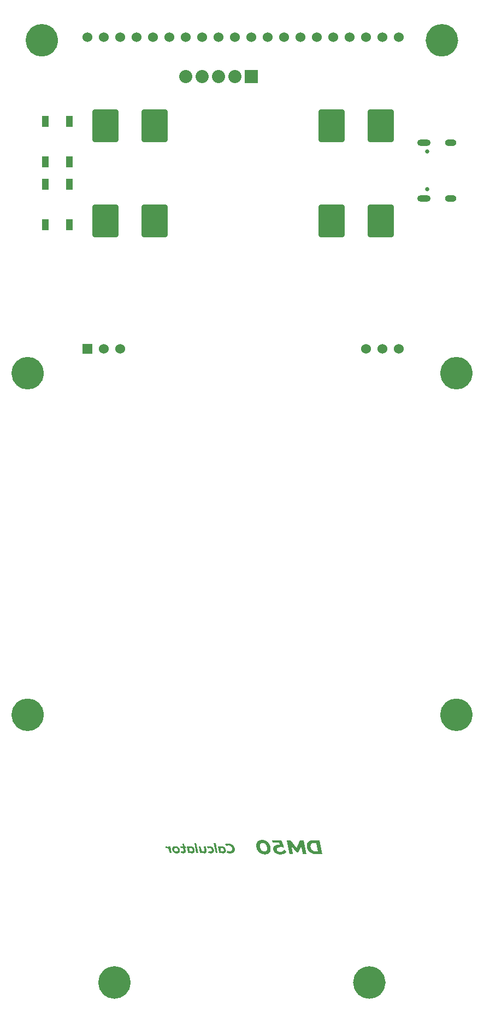
<source format=gbs>
%TF.GenerationSoftware,KiCad,Pcbnew,8.0.1*%
%TF.CreationDate,2024-05-18T23:09:03+02:00*%
%TF.ProjectId,DM50,444d3530-2e6b-4696-9361-645f70636258,rev?*%
%TF.SameCoordinates,Original*%
%TF.FileFunction,Soldermask,Bot*%
%TF.FilePolarity,Negative*%
%FSLAX46Y46*%
G04 Gerber Fmt 4.6, Leading zero omitted, Abs format (unit mm)*
G04 Created by KiCad (PCBNEW 8.0.1) date 2024-05-18 23:09:03*
%MOMM*%
%LPD*%
G01*
G04 APERTURE LIST*
G04 Aperture macros list*
%AMRoundRect*
0 Rectangle with rounded corners*
0 $1 Rounding radius*
0 $2 $3 $4 $5 $6 $7 $8 $9 X,Y pos of 4 corners*
0 Add a 4 corners polygon primitive as box body*
4,1,4,$2,$3,$4,$5,$6,$7,$8,$9,$2,$3,0*
0 Add four circle primitives for the rounded corners*
1,1,$1+$1,$2,$3*
1,1,$1+$1,$4,$5*
1,1,$1+$1,$6,$7*
1,1,$1+$1,$8,$9*
0 Add four rect primitives between the rounded corners*
20,1,$1+$1,$2,$3,$4,$5,0*
20,1,$1+$1,$4,$5,$6,$7,0*
20,1,$1+$1,$6,$7,$8,$9,0*
20,1,$1+$1,$8,$9,$2,$3,0*%
G04 Aperture macros list end*
%ADD10C,0.000000*%
%ADD11C,2.500000*%
%ADD12C,0.650000*%
%ADD13O,2.100000X1.000000*%
%ADD14O,1.800000X1.000000*%
%ADD15R,1.524000X1.524000*%
%ADD16C,1.524000*%
%ADD17R,1.000000X1.700000*%
%ADD18RoundRect,0.250000X1.750000X-2.250000X1.750000X2.250000X-1.750000X2.250000X-1.750000X-2.250000X0*%
%ADD19R,2.032000X2.032000*%
%ADD20C,2.032000*%
G04 APERTURE END LIST*
D10*
G36*
X114836343Y-189849913D02*
G01*
X115344890Y-188659172D01*
X115918556Y-188659172D01*
X116349582Y-190829803D01*
X115803823Y-190829803D01*
X115794133Y-190779218D01*
X115783668Y-190726696D01*
X115772427Y-190672235D01*
X115760412Y-190615837D01*
X115748201Y-190558278D01*
X115736378Y-190500331D01*
X115724944Y-190441995D01*
X115713899Y-190383269D01*
X115689865Y-190266211D01*
X115667386Y-190150701D01*
X115656922Y-190094304D01*
X115647233Y-190039847D01*
X115638317Y-189987326D01*
X115630174Y-189936742D01*
X115621255Y-189882668D01*
X115613114Y-189828982D01*
X115605749Y-189775685D01*
X115599162Y-189722777D01*
X115574357Y-189511912D01*
X115574308Y-189508630D01*
X115574163Y-189505760D01*
X115574054Y-189504480D01*
X115573921Y-189503302D01*
X115573764Y-189502227D01*
X115573582Y-189501256D01*
X115573376Y-189500387D01*
X115573147Y-189499621D01*
X115572892Y-189498958D01*
X115572614Y-189498398D01*
X115572311Y-189497941D01*
X115571985Y-189497587D01*
X115571634Y-189497336D01*
X115571258Y-189497188D01*
X115570859Y-189497143D01*
X115570435Y-189497201D01*
X115569987Y-189497361D01*
X115569515Y-189497625D01*
X115569019Y-189497992D01*
X115568498Y-189498461D01*
X115567954Y-189499034D01*
X115567385Y-189499709D01*
X115566791Y-189500487D01*
X115566174Y-189501369D01*
X115565532Y-189502353D01*
X115564867Y-189503440D01*
X115563462Y-189505923D01*
X115561961Y-189508818D01*
X115130938Y-190529015D01*
X115127329Y-190535397D01*
X115123477Y-190541369D01*
X115119383Y-190546928D01*
X115115046Y-190552075D01*
X115110468Y-190556811D01*
X115105647Y-190561135D01*
X115100584Y-190565048D01*
X115095278Y-190568548D01*
X115089731Y-190571637D01*
X115083941Y-190574314D01*
X115077909Y-190576579D01*
X115071634Y-190578432D01*
X115065117Y-190579874D01*
X115058358Y-190580904D01*
X115051356Y-190581521D01*
X115044112Y-190581727D01*
X114920067Y-190581727D01*
X114912375Y-190581521D01*
X114904805Y-190580904D01*
X114897355Y-190579874D01*
X114890027Y-190578432D01*
X114882820Y-190576579D01*
X114875734Y-190574314D01*
X114868769Y-190571637D01*
X114861926Y-190568548D01*
X114855203Y-190565048D01*
X114848602Y-190561135D01*
X114842121Y-190556811D01*
X114835762Y-190552075D01*
X114829524Y-190546928D01*
X114823408Y-190541369D01*
X114817412Y-190535397D01*
X114811537Y-190529015D01*
X113986697Y-189511920D01*
X113985933Y-189510430D01*
X113985194Y-189509061D01*
X113984478Y-189507813D01*
X113984130Y-189507235D01*
X113983788Y-189506687D01*
X113983451Y-189506169D01*
X113983121Y-189505682D01*
X113982797Y-189505224D01*
X113982479Y-189504797D01*
X113982167Y-189504401D01*
X113981861Y-189504034D01*
X113981561Y-189503698D01*
X113981268Y-189503392D01*
X113980980Y-189503116D01*
X113980698Y-189502871D01*
X113980423Y-189502656D01*
X113980153Y-189502471D01*
X113979890Y-189502317D01*
X113979633Y-189502192D01*
X113979382Y-189502098D01*
X113979137Y-189502035D01*
X113978898Y-189502001D01*
X113978665Y-189501998D01*
X113978438Y-189502025D01*
X113978217Y-189502083D01*
X113978003Y-189502170D01*
X113977794Y-189502288D01*
X113977592Y-189502436D01*
X113977395Y-189502615D01*
X113977019Y-189502627D01*
X113976667Y-189502663D01*
X113976340Y-189502724D01*
X113976036Y-189502809D01*
X113975757Y-189502917D01*
X113975503Y-189503051D01*
X113975272Y-189503208D01*
X113975066Y-189503389D01*
X113974884Y-189503595D01*
X113974726Y-189503825D01*
X113974593Y-189504079D01*
X113974483Y-189504358D01*
X113974399Y-189504661D01*
X113974338Y-189504987D01*
X113974301Y-189505338D01*
X113974289Y-189505714D01*
X113974338Y-189506537D01*
X113974483Y-189507457D01*
X113974726Y-189508474D01*
X113975066Y-189509588D01*
X113975503Y-189510799D01*
X113976036Y-189512107D01*
X113976667Y-189513512D01*
X113977395Y-189515014D01*
X113992705Y-189566373D01*
X114007628Y-189618121D01*
X114022163Y-189670255D01*
X114036311Y-189722777D01*
X114064220Y-189826651D01*
X114092129Y-189933634D01*
X114138642Y-190147600D01*
X114163450Y-190263106D01*
X114188256Y-190380168D01*
X114199304Y-190438890D01*
X114210738Y-190497226D01*
X114222560Y-190555175D01*
X114234769Y-190612736D01*
X114255699Y-190724367D01*
X114275079Y-190829796D01*
X113729319Y-190829796D01*
X113292094Y-188659169D01*
X113865760Y-188659169D01*
X114836343Y-189849913D01*
G37*
G36*
X102602340Y-190679434D02*
G01*
X102278489Y-190679434D01*
X101960989Y-189091934D01*
X102284841Y-189091934D01*
X102602340Y-190679434D01*
G37*
D11*
X76600000Y-64800000D02*
G75*
G02*
X74100000Y-64800000I-1250000J0D01*
G01*
X74100000Y-64800000D02*
G75*
G02*
X76600000Y-64800000I1250000J0D01*
G01*
D10*
G36*
X104267295Y-189175337D02*
G01*
X104314457Y-189177917D01*
X104360957Y-189182217D01*
X104406796Y-189188236D01*
X104451974Y-189195975D01*
X104496490Y-189205434D01*
X104540345Y-189216613D01*
X104583538Y-189229510D01*
X104604829Y-189236563D01*
X104625839Y-189243963D01*
X104646567Y-189251710D01*
X104667014Y-189259804D01*
X104687180Y-189268246D01*
X104707066Y-189277035D01*
X104726669Y-189286171D01*
X104745992Y-189295655D01*
X104765034Y-189305486D01*
X104783795Y-189315664D01*
X104802274Y-189326190D01*
X104820472Y-189337063D01*
X104838390Y-189348283D01*
X104856026Y-189359851D01*
X104873381Y-189371766D01*
X104890455Y-189384028D01*
X104906958Y-189396621D01*
X104923130Y-189409528D01*
X104938972Y-189422750D01*
X104954483Y-189436285D01*
X104969663Y-189450134D01*
X104984513Y-189464298D01*
X104999032Y-189478775D01*
X105013220Y-189493567D01*
X105027078Y-189508673D01*
X105040605Y-189524093D01*
X105053801Y-189539827D01*
X105066667Y-189555876D01*
X105079201Y-189572238D01*
X105091406Y-189588915D01*
X105103279Y-189605906D01*
X105114822Y-189623211D01*
X105125984Y-189640797D01*
X105136717Y-189658632D01*
X105147019Y-189676714D01*
X105156891Y-189695045D01*
X105166334Y-189713623D01*
X105175346Y-189732450D01*
X105183929Y-189751524D01*
X105192081Y-189770847D01*
X105199804Y-189790418D01*
X105207096Y-189810237D01*
X105213959Y-189830304D01*
X105220392Y-189850619D01*
X105226395Y-189871183D01*
X105231968Y-189891994D01*
X105237111Y-189913054D01*
X105241824Y-189934362D01*
X105245792Y-189955933D01*
X105249231Y-189977257D01*
X105252142Y-189998332D01*
X105254523Y-190019160D01*
X105256375Y-190039739D01*
X105257698Y-190060070D01*
X105258491Y-190080154D01*
X105258756Y-190099989D01*
X105258491Y-190119576D01*
X105257698Y-190138916D01*
X105256375Y-190158007D01*
X105254523Y-190176850D01*
X105252142Y-190195445D01*
X105249231Y-190213792D01*
X105245792Y-190231892D01*
X105241824Y-190249743D01*
X105237103Y-190267313D01*
X105231936Y-190284569D01*
X105226322Y-190301511D01*
X105220262Y-190318138D01*
X105213755Y-190334452D01*
X105206801Y-190350452D01*
X105199401Y-190366137D01*
X105191555Y-190381508D01*
X105183262Y-190396565D01*
X105174522Y-190411307D01*
X105165336Y-190425736D01*
X105155703Y-190439850D01*
X105145624Y-190453650D01*
X105135099Y-190467135D01*
X105124126Y-190480306D01*
X105112707Y-190493163D01*
X105100594Y-190505425D01*
X105088068Y-190517340D01*
X105075128Y-190528908D01*
X105061775Y-190540128D01*
X105048008Y-190551001D01*
X105033828Y-190561527D01*
X105019235Y-190571705D01*
X105004228Y-190581536D01*
X104988808Y-190591020D01*
X104972974Y-190600156D01*
X104956727Y-190608945D01*
X104940067Y-190617387D01*
X104922993Y-190625481D01*
X104905505Y-190633228D01*
X104887605Y-190640628D01*
X104869291Y-190647681D01*
X104850331Y-190654344D01*
X104831025Y-190660578D01*
X104811371Y-190666382D01*
X104791370Y-190671757D01*
X104771022Y-190676701D01*
X104750327Y-190681215D01*
X104707894Y-190688955D01*
X104664073Y-190694974D01*
X104618863Y-190699274D01*
X104572263Y-190701854D01*
X104524274Y-190702714D01*
X104490540Y-190702284D01*
X104457070Y-190700994D01*
X104423866Y-190698845D01*
X104390925Y-190695836D01*
X104358250Y-190691966D01*
X104325838Y-190687237D01*
X104293691Y-190681647D01*
X104261809Y-190675197D01*
X104230389Y-190667426D01*
X104199630Y-190658927D01*
X104169534Y-190649700D01*
X104140099Y-190639746D01*
X104111325Y-190629063D01*
X104083213Y-190617652D01*
X104055763Y-190605514D01*
X104028974Y-190592647D01*
X104111499Y-190355579D01*
X104113170Y-190351222D01*
X104115005Y-190347146D01*
X104117006Y-190343350D01*
X104119173Y-190339836D01*
X104121504Y-190336603D01*
X104122732Y-190335092D01*
X104124001Y-190333652D01*
X104125312Y-190332281D01*
X104126664Y-190330981D01*
X104128057Y-190329751D01*
X104129491Y-190328591D01*
X104130967Y-190327502D01*
X104132484Y-190326483D01*
X104134043Y-190325534D01*
X104135643Y-190324656D01*
X104137284Y-190323847D01*
X104138967Y-190323109D01*
X104140690Y-190322442D01*
X104142456Y-190321844D01*
X104144262Y-190321317D01*
X104146110Y-190320860D01*
X104147999Y-190320474D01*
X104149930Y-190320158D01*
X104153915Y-190319736D01*
X104158065Y-190319595D01*
X104160504Y-190319662D01*
X104163059Y-190319860D01*
X104165730Y-190320191D01*
X104168517Y-190320653D01*
X104171419Y-190321249D01*
X104174437Y-190321976D01*
X104177570Y-190322836D01*
X104180819Y-190323828D01*
X104184184Y-190324953D01*
X104187665Y-190326209D01*
X104194974Y-190329120D01*
X104202746Y-190332560D01*
X104210981Y-190336530D01*
X104224905Y-190343212D01*
X104239159Y-190349497D01*
X104253744Y-190355385D01*
X104268659Y-190360876D01*
X104283905Y-190365970D01*
X104299482Y-190370666D01*
X104315390Y-190374965D01*
X104331629Y-190378866D01*
X104348100Y-190382337D01*
X104364702Y-190385345D01*
X104381437Y-190387891D01*
X104398304Y-190389974D01*
X104415303Y-190391595D01*
X104432434Y-190392752D01*
X104449698Y-190393447D01*
X104467094Y-190393678D01*
X104479968Y-190393554D01*
X104492660Y-190393182D01*
X104505170Y-190392562D01*
X104517498Y-190391694D01*
X104529644Y-190390578D01*
X104541609Y-190389214D01*
X104553391Y-190387602D01*
X104564991Y-190385742D01*
X104576410Y-190383633D01*
X104587646Y-190381277D01*
X104598700Y-190378673D01*
X104609573Y-190375821D01*
X104620263Y-190372720D01*
X104630772Y-190369372D01*
X104641099Y-190365776D01*
X104651244Y-190361932D01*
X104661191Y-190357599D01*
X104670923Y-190353068D01*
X104680440Y-190348339D01*
X104689742Y-190343411D01*
X104698828Y-190338285D01*
X104707700Y-190332960D01*
X104716357Y-190327437D01*
X104724799Y-190321716D01*
X104733026Y-190315796D01*
X104741037Y-190309677D01*
X104748834Y-190303360D01*
X104756416Y-190296845D01*
X104763783Y-190290131D01*
X104770935Y-190283219D01*
X104777872Y-190276108D01*
X104784594Y-190268799D01*
X104790821Y-190261035D01*
X104796799Y-190253089D01*
X104802530Y-190244961D01*
X104808012Y-190236652D01*
X104813247Y-190228160D01*
X104818233Y-190219487D01*
X104822971Y-190210632D01*
X104827460Y-190201595D01*
X104831702Y-190192376D01*
X104835696Y-190182975D01*
X104839441Y-190173392D01*
X104842938Y-190163627D01*
X104846188Y-190153680D01*
X104849189Y-190143552D01*
X104851942Y-190133241D01*
X104854447Y-190122749D01*
X104856674Y-190112099D01*
X104858586Y-190101317D01*
X104860184Y-190090403D01*
X104861468Y-190079356D01*
X104862437Y-190068178D01*
X104863092Y-190056867D01*
X104863432Y-190045424D01*
X104863459Y-190033848D01*
X104863171Y-190022140D01*
X104862568Y-190010301D01*
X104861651Y-189998328D01*
X104860420Y-189986224D01*
X104858875Y-189973987D01*
X104857015Y-189961619D01*
X104854841Y-189949117D01*
X104852352Y-189936484D01*
X104849590Y-189923859D01*
X104846597Y-189911382D01*
X104843372Y-189899055D01*
X104839916Y-189886876D01*
X104836228Y-189874846D01*
X104832309Y-189862964D01*
X104828158Y-189851232D01*
X104823776Y-189839648D01*
X104819162Y-189828213D01*
X104814317Y-189816926D01*
X104809240Y-189805789D01*
X104803932Y-189794800D01*
X104798392Y-189783961D01*
X104792621Y-189773270D01*
X104786619Y-189762728D01*
X104780384Y-189752334D01*
X104773687Y-189741850D01*
X104766825Y-189731564D01*
X104759797Y-189721477D01*
X104752604Y-189711588D01*
X104745245Y-189701897D01*
X104737721Y-189692405D01*
X104730032Y-189683111D01*
X104722177Y-189674016D01*
X104714157Y-189665120D01*
X104705972Y-189656421D01*
X104697621Y-189647921D01*
X104689105Y-189639620D01*
X104680424Y-189631517D01*
X104671577Y-189623613D01*
X104662565Y-189615906D01*
X104653387Y-189608399D01*
X104643796Y-189601098D01*
X104634073Y-189594012D01*
X104624217Y-189587141D01*
X104614229Y-189580485D01*
X104604109Y-189574044D01*
X104593856Y-189567818D01*
X104583472Y-189561806D01*
X104572955Y-189556010D01*
X104562305Y-189550429D01*
X104551523Y-189545063D01*
X104540609Y-189539912D01*
X104529563Y-189534976D01*
X104518384Y-189530254D01*
X104507073Y-189525748D01*
X104495629Y-189521457D01*
X104484053Y-189517382D01*
X104472378Y-189513281D01*
X104460638Y-189509444D01*
X104448831Y-189505872D01*
X104436957Y-189502565D01*
X104425018Y-189499522D01*
X104413012Y-189496744D01*
X104400941Y-189494230D01*
X104388803Y-189491981D01*
X104376599Y-189489996D01*
X104364329Y-189488276D01*
X104351992Y-189486821D01*
X104339590Y-189485630D01*
X104327121Y-189484704D01*
X104314586Y-189484042D01*
X104301985Y-189483645D01*
X104289318Y-189483513D01*
X104271526Y-189483736D01*
X104254130Y-189484406D01*
X104237130Y-189485522D01*
X104220528Y-189487085D01*
X104204323Y-189489094D01*
X104188514Y-189491549D01*
X104173103Y-189494451D01*
X104158088Y-189497800D01*
X104143470Y-189501595D01*
X104129249Y-189505836D01*
X104115424Y-189510524D01*
X104101997Y-189515659D01*
X104088966Y-189521240D01*
X104076332Y-189527267D01*
X104064095Y-189533741D01*
X104052254Y-189540661D01*
X104048847Y-189542712D01*
X104045506Y-189544631D01*
X104042232Y-189546417D01*
X104039024Y-189548071D01*
X104035882Y-189549592D01*
X104032806Y-189550982D01*
X104029796Y-189552238D01*
X104026852Y-189553363D01*
X104023975Y-189554355D01*
X104021164Y-189555215D01*
X104018419Y-189555942D01*
X104015741Y-189556537D01*
X104013128Y-189557000D01*
X104010582Y-189557331D01*
X104008102Y-189557529D01*
X104005688Y-189557596D01*
X104001224Y-189557447D01*
X103996825Y-189557000D01*
X103992493Y-189556256D01*
X103988227Y-189555215D01*
X103984027Y-189553875D01*
X103979893Y-189552239D01*
X103975825Y-189550304D01*
X103971823Y-189548072D01*
X103967888Y-189545542D01*
X103964018Y-189542714D01*
X103960215Y-189539589D01*
X103956477Y-189536166D01*
X103952806Y-189532445D01*
X103949202Y-189528427D01*
X103945663Y-189524111D01*
X103942191Y-189519497D01*
X103766505Y-189284544D01*
X103777212Y-189278028D01*
X103788168Y-189271711D01*
X103799372Y-189265592D01*
X103810823Y-189259672D01*
X103834471Y-189248427D01*
X103859110Y-189237976D01*
X103884742Y-189228319D01*
X103911365Y-189219455D01*
X103938981Y-189211385D01*
X103967589Y-189204109D01*
X103996528Y-189197165D01*
X104026194Y-189191146D01*
X104056588Y-189186053D01*
X104087710Y-189181886D01*
X104119559Y-189178645D01*
X104152135Y-189176329D01*
X104185440Y-189174940D01*
X104219472Y-189174477D01*
X104267295Y-189175337D01*
G37*
G36*
X96070041Y-189596309D02*
G01*
X96103114Y-189598194D01*
X96135659Y-189601336D01*
X96151732Y-189603379D01*
X96167673Y-189605736D01*
X96183483Y-189608406D01*
X96199159Y-189611392D01*
X96214704Y-189614691D01*
X96230116Y-189618305D01*
X96245396Y-189622232D01*
X96260543Y-189626475D01*
X96275559Y-189631031D01*
X96290441Y-189635901D01*
X96305158Y-189641060D01*
X96319677Y-189646483D01*
X96333997Y-189652171D01*
X96348119Y-189658124D01*
X96362042Y-189664341D01*
X96375767Y-189670823D01*
X96389294Y-189677570D01*
X96402622Y-189684581D01*
X96415752Y-189691857D01*
X96428684Y-189699397D01*
X96441417Y-189707202D01*
X96453952Y-189715272D01*
X96466288Y-189723607D01*
X96478427Y-189732206D01*
X96490366Y-189741070D01*
X96502108Y-189750198D01*
X96513634Y-189759310D01*
X96524928Y-189768653D01*
X96535991Y-189778228D01*
X96546822Y-189788034D01*
X96557422Y-189798072D01*
X96567790Y-189808342D01*
X96577927Y-189818842D01*
X96587833Y-189829575D01*
X96597506Y-189840539D01*
X96606949Y-189851734D01*
X96616160Y-189863161D01*
X96625139Y-189874819D01*
X96633887Y-189886708D01*
X96642403Y-189898829D01*
X96650687Y-189911182D01*
X96658741Y-189923765D01*
X96666273Y-189936548D01*
X96673525Y-189949495D01*
X96680495Y-189962609D01*
X96687184Y-189975887D01*
X96693592Y-189989332D01*
X96699719Y-190002941D01*
X96705565Y-190016716D01*
X96711130Y-190030657D01*
X96716413Y-190044763D01*
X96721415Y-190059034D01*
X96726137Y-190073471D01*
X96730577Y-190088073D01*
X96734735Y-190102841D01*
X96738613Y-190117774D01*
X96745524Y-190148136D01*
X96748506Y-190163663D01*
X96751108Y-190179025D01*
X96753329Y-190194222D01*
X96755171Y-190209253D01*
X96756632Y-190224119D01*
X96757714Y-190238819D01*
X96758415Y-190253355D01*
X96758736Y-190267725D01*
X96758677Y-190281930D01*
X96758237Y-190295969D01*
X96757418Y-190309844D01*
X96756218Y-190323553D01*
X96754638Y-190337096D01*
X96752678Y-190350475D01*
X96750338Y-190363688D01*
X96747618Y-190376737D01*
X96744551Y-190389329D01*
X96741169Y-190401706D01*
X96737473Y-190413868D01*
X96733463Y-190425815D01*
X96729138Y-190437548D01*
X96724500Y-190449065D01*
X96719547Y-190460368D01*
X96714280Y-190471455D01*
X96708699Y-190482328D01*
X96702804Y-190492986D01*
X96696594Y-190503429D01*
X96690071Y-190513657D01*
X96683233Y-190523670D01*
X96676081Y-190533468D01*
X96668615Y-190543051D01*
X96660834Y-190552419D01*
X96652748Y-190561291D01*
X96644364Y-190569915D01*
X96635683Y-190578291D01*
X96626704Y-190586419D01*
X96617427Y-190594298D01*
X96607852Y-190601930D01*
X96597980Y-190609314D01*
X96587810Y-190616449D01*
X96577342Y-190623337D01*
X96566577Y-190629976D01*
X96555514Y-190636367D01*
X96544153Y-190642510D01*
X96532495Y-190648405D01*
X96520539Y-190654052D01*
X96508286Y-190659450D01*
X96495734Y-190664601D01*
X96482645Y-190669470D01*
X96469308Y-190674025D01*
X96455724Y-190678266D01*
X96441891Y-190682193D01*
X96427810Y-190685806D01*
X96413481Y-190689105D01*
X96398904Y-190692090D01*
X96384079Y-190694760D01*
X96369007Y-190697117D01*
X96353686Y-190699159D01*
X96322300Y-190702301D01*
X96289922Y-190704186D01*
X96256551Y-190704815D01*
X96222949Y-190704186D01*
X96189876Y-190702301D01*
X96157332Y-190699159D01*
X96141258Y-190697117D01*
X96125317Y-190694760D01*
X96109508Y-190692090D01*
X96093831Y-190689105D01*
X96078287Y-190685806D01*
X96062874Y-190682193D01*
X96047595Y-190678266D01*
X96032447Y-190674025D01*
X96017432Y-190669470D01*
X96002549Y-190664601D01*
X95987831Y-190659442D01*
X95973312Y-190654019D01*
X95958992Y-190648331D01*
X95944870Y-190642378D01*
X95930946Y-190636161D01*
X95917221Y-190629679D01*
X95903694Y-190622933D01*
X95890365Y-190615921D01*
X95877236Y-190608646D01*
X95864304Y-190601105D01*
X95851571Y-190593300D01*
X95839036Y-190585230D01*
X95826700Y-190576895D01*
X95814563Y-190568296D01*
X95802623Y-190559432D01*
X95790883Y-190550304D01*
X95779365Y-190540936D01*
X95768096Y-190531353D01*
X95757074Y-190521554D01*
X95746301Y-190511541D01*
X95735775Y-190501314D01*
X95725498Y-190490871D01*
X95715469Y-190480213D01*
X95705687Y-190469340D01*
X95696154Y-190458253D01*
X95686868Y-190446950D01*
X95677831Y-190435433D01*
X95669042Y-190423700D01*
X95660501Y-190411753D01*
X95652207Y-190399591D01*
X95644162Y-190387214D01*
X95636365Y-190374622D01*
X95628576Y-190361583D01*
X95621085Y-190348395D01*
X95613892Y-190335059D01*
X95606996Y-190321573D01*
X95600398Y-190307939D01*
X95594098Y-190294156D01*
X95588095Y-190280225D01*
X95582390Y-190266144D01*
X95576982Y-190251915D01*
X95571873Y-190237536D01*
X95567061Y-190223009D01*
X95562546Y-190208334D01*
X95558330Y-190193509D01*
X95554411Y-190178536D01*
X95550790Y-190163414D01*
X95547466Y-190148143D01*
X95544484Y-190132879D01*
X95541883Y-190117781D01*
X95539661Y-190102848D01*
X95537820Y-190088080D01*
X95536605Y-190075945D01*
X95866053Y-190075945D01*
X95866177Y-190089654D01*
X95866980Y-190103727D01*
X95868460Y-190118164D01*
X95870618Y-190132964D01*
X95873454Y-190148129D01*
X95876893Y-190163341D01*
X95880861Y-190178288D01*
X95885359Y-190192971D01*
X95890386Y-190207391D01*
X95893098Y-190214501D01*
X95895942Y-190221546D01*
X95898919Y-190228524D01*
X95902028Y-190235437D01*
X95905269Y-190242283D01*
X95908643Y-190249063D01*
X95912149Y-190255777D01*
X95915787Y-190262426D01*
X95919549Y-190268726D01*
X95923426Y-190274928D01*
X95927420Y-190281030D01*
X95931529Y-190287033D01*
X95935754Y-190292937D01*
X95940095Y-190298741D01*
X95944551Y-190304446D01*
X95949123Y-190310052D01*
X95953811Y-190315559D01*
X95958615Y-190320966D01*
X95963534Y-190326274D01*
X95968570Y-190331484D01*
X95973721Y-190336593D01*
X95978988Y-190341604D01*
X95984371Y-190346516D01*
X95989869Y-190351328D01*
X95995211Y-190355768D01*
X96000651Y-190360092D01*
X96006191Y-190364301D01*
X96011830Y-190368394D01*
X96017568Y-190372371D01*
X96023405Y-190376232D01*
X96029341Y-190379977D01*
X96035377Y-190383607D01*
X96041512Y-190387121D01*
X96047746Y-190390519D01*
X96054079Y-190393801D01*
X96060512Y-190396968D01*
X96067044Y-190400019D01*
X96073675Y-190402954D01*
X96080406Y-190405773D01*
X96087235Y-190408476D01*
X96093883Y-190410783D01*
X96100597Y-190412940D01*
X96107377Y-190414949D01*
X96114223Y-190416810D01*
X96121135Y-190418521D01*
X96128113Y-190420084D01*
X96135157Y-190421497D01*
X96142268Y-190422763D01*
X96156687Y-190424846D01*
X96171371Y-190426335D01*
X96186319Y-190427228D01*
X96201532Y-190427526D01*
X96216886Y-190427228D01*
X96231728Y-190426335D01*
X96246057Y-190424847D01*
X96259873Y-190422763D01*
X96273177Y-190420084D01*
X96285968Y-190416810D01*
X96298247Y-190412940D01*
X96310013Y-190408475D01*
X96321266Y-190403415D01*
X96332007Y-190397760D01*
X96342235Y-190391509D01*
X96351950Y-190384664D01*
X96361153Y-190377222D01*
X96369843Y-190369186D01*
X96378020Y-190360555D01*
X96385685Y-190351328D01*
X96392762Y-190341356D01*
X96399178Y-190331020D01*
X96404932Y-190320320D01*
X96410025Y-190309257D01*
X96414456Y-190297830D01*
X96418226Y-190286040D01*
X96421335Y-190273885D01*
X96423782Y-190261367D01*
X96425568Y-190248486D01*
X96426693Y-190235240D01*
X96427156Y-190221631D01*
X96426958Y-190207658D01*
X96426098Y-190193322D01*
X96424577Y-190178621D01*
X96422394Y-190163557D01*
X96419551Y-190148129D01*
X96417897Y-190140498D01*
X96416111Y-190132950D01*
X96414192Y-190125485D01*
X96412142Y-190118102D01*
X96409959Y-190110801D01*
X96407643Y-190103583D01*
X96405196Y-190096448D01*
X96402616Y-190089395D01*
X96399903Y-190082425D01*
X96397059Y-190075537D01*
X96394082Y-190068732D01*
X96390973Y-190062010D01*
X96387732Y-190055370D01*
X96384358Y-190048813D01*
X96380852Y-190042339D01*
X96377214Y-190035947D01*
X96373461Y-190029656D01*
X96369608Y-190023480D01*
X96365656Y-190017420D01*
X96361604Y-190011476D01*
X96357454Y-190005647D01*
X96353204Y-189999934D01*
X96348856Y-189994337D01*
X96344408Y-189988855D01*
X96339860Y-189983489D01*
X96335214Y-189978239D01*
X96330468Y-189973104D01*
X96325623Y-189968085D01*
X96320679Y-189963182D01*
X96315635Y-189958395D01*
X96310492Y-189953723D01*
X96305250Y-189949167D01*
X96299909Y-189944735D01*
X96294468Y-189940436D01*
X96288929Y-189936268D01*
X96283290Y-189932233D01*
X96277552Y-189928330D01*
X96271715Y-189924560D01*
X96265778Y-189920922D01*
X96259742Y-189917416D01*
X96253608Y-189914042D01*
X96247373Y-189910801D01*
X96241040Y-189907692D01*
X96234608Y-189904716D01*
X96228076Y-189901872D01*
X96221444Y-189899160D01*
X96214714Y-189896581D01*
X96207884Y-189894134D01*
X96200981Y-189891571D01*
X96194028Y-189889173D01*
X96187025Y-189886941D01*
X96179972Y-189884874D01*
X96172870Y-189882973D01*
X96165718Y-189881237D01*
X96158517Y-189879666D01*
X96151266Y-189878260D01*
X96143965Y-189877020D01*
X96136614Y-189875946D01*
X96129214Y-189875036D01*
X96121764Y-189874292D01*
X96114265Y-189873713D01*
X96106716Y-189873300D01*
X96099117Y-189873052D01*
X96091469Y-189872969D01*
X96091472Y-189872962D01*
X96076375Y-189873260D01*
X96061773Y-189874153D01*
X96047668Y-189875641D01*
X96034058Y-189877725D01*
X96020945Y-189880404D01*
X96008327Y-189883678D01*
X95996206Y-189887548D01*
X95984581Y-189892012D01*
X95973451Y-189897073D01*
X95962818Y-189902728D01*
X95952681Y-189908979D01*
X95943040Y-189915824D01*
X95933896Y-189923265D01*
X95925247Y-189931302D01*
X95917094Y-189939933D01*
X95909438Y-189949160D01*
X95902104Y-189958866D01*
X95895448Y-189968936D01*
X95889470Y-189979371D01*
X95884169Y-189990169D01*
X95879547Y-190001331D01*
X95875603Y-190012857D01*
X95872337Y-190024747D01*
X95869749Y-190037000D01*
X95867839Y-190049618D01*
X95866607Y-190062599D01*
X95866053Y-190075945D01*
X95536605Y-190075945D01*
X95536358Y-190073478D01*
X95535277Y-190059041D01*
X95534576Y-190044770D01*
X95534255Y-190030664D01*
X95534314Y-190016724D01*
X95534753Y-190002948D01*
X95535573Y-189989339D01*
X95536772Y-189975895D01*
X95538352Y-189962616D01*
X95540312Y-189949503D01*
X95542652Y-189936555D01*
X95545372Y-189923773D01*
X95548440Y-189911189D01*
X95551822Y-189898836D01*
X95555518Y-189886715D01*
X95559528Y-189874826D01*
X95563852Y-189863168D01*
X95568491Y-189851741D01*
X95573443Y-189840546D01*
X95578710Y-189829582D01*
X95584291Y-189818850D01*
X95590187Y-189808349D01*
X95596396Y-189798079D01*
X95602920Y-189788041D01*
X95609758Y-189778235D01*
X95616910Y-189768660D01*
X95624376Y-189759317D01*
X95632156Y-189750205D01*
X95640251Y-189741077D01*
X95648659Y-189732213D01*
X95657382Y-189723614D01*
X95666419Y-189715279D01*
X95675771Y-189707209D01*
X95685436Y-189699404D01*
X95695416Y-189691864D01*
X95705710Y-189684588D01*
X95716318Y-189677577D01*
X95727240Y-189670830D01*
X95738477Y-189664348D01*
X95750027Y-189658131D01*
X95761892Y-189652178D01*
X95774071Y-189646490D01*
X95786564Y-189641067D01*
X95799371Y-189635908D01*
X95812204Y-189631038D01*
X95825301Y-189626482D01*
X95838662Y-189622240D01*
X95852288Y-189618312D01*
X95866178Y-189614698D01*
X95880333Y-189611399D01*
X95894753Y-189608414D01*
X95909437Y-189605743D01*
X95924386Y-189603386D01*
X95939599Y-189601343D01*
X95955077Y-189599615D01*
X95970819Y-189598201D01*
X96003098Y-189596316D01*
X96036436Y-189595687D01*
X96036439Y-189595680D01*
X96070041Y-189596309D01*
G37*
G36*
X99615723Y-190679427D02*
G01*
X99291871Y-190679427D01*
X98974372Y-189091927D01*
X99298223Y-189091927D01*
X99615723Y-190679427D01*
G37*
G36*
X112774259Y-189453004D02*
G01*
X112779687Y-189466668D01*
X112785115Y-189481301D01*
X112790543Y-189496903D01*
X112795970Y-189513474D01*
X112801396Y-189531013D01*
X112806823Y-189549522D01*
X112812249Y-189568999D01*
X112817674Y-189589445D01*
X112827948Y-189628206D01*
X112837058Y-189663866D01*
X112845004Y-189696426D01*
X112851784Y-189725885D01*
X112861086Y-189772402D01*
X112705267Y-189760782D01*
X112554097Y-189750705D01*
X112479869Y-189746827D01*
X112444063Y-189745469D01*
X112409129Y-189744499D01*
X112375067Y-189743916D01*
X112341878Y-189743721D01*
X112309560Y-189743914D01*
X112278115Y-189744495D01*
X112246040Y-189745634D01*
X112214934Y-189747500D01*
X112184797Y-189750092D01*
X112155630Y-189753411D01*
X112127431Y-189757457D01*
X112100201Y-189762229D01*
X112073940Y-189767728D01*
X112048648Y-189773954D01*
X112024326Y-189780907D01*
X112000972Y-189788586D01*
X111978587Y-189796993D01*
X111957171Y-189806126D01*
X111936725Y-189815986D01*
X111917247Y-189826573D01*
X111898738Y-189837886D01*
X111881199Y-189849927D01*
X111864810Y-189862634D01*
X111849753Y-189875946D01*
X111836029Y-189889864D01*
X111823638Y-189904387D01*
X111812579Y-189919516D01*
X111802852Y-189935251D01*
X111794458Y-189951591D01*
X111787396Y-189968537D01*
X111781666Y-189986089D01*
X111777269Y-190004246D01*
X111774205Y-190023009D01*
X111772473Y-190042378D01*
X111772073Y-190062352D01*
X111773006Y-190082932D01*
X111775271Y-190104118D01*
X111778868Y-190125910D01*
X111783169Y-190144674D01*
X111788317Y-190162977D01*
X111794313Y-190180820D01*
X111801157Y-190198203D01*
X111808849Y-190215125D01*
X111817389Y-190231586D01*
X111826776Y-190247588D01*
X111837012Y-190263129D01*
X111848095Y-190278209D01*
X111860027Y-190292830D01*
X111872806Y-190306989D01*
X111886433Y-190320689D01*
X111900907Y-190333928D01*
X111916230Y-190346707D01*
X111932401Y-190359026D01*
X111949419Y-190370884D01*
X111966704Y-190381786D01*
X111984450Y-190392010D01*
X112002656Y-190401555D01*
X112021322Y-190410421D01*
X112040448Y-190418610D01*
X112060035Y-190426120D01*
X112080082Y-190432951D01*
X112100589Y-190439105D01*
X112121556Y-190444580D01*
X112142984Y-190449376D01*
X112164872Y-190453494D01*
X112187220Y-190456934D01*
X112210029Y-190459696D01*
X112233298Y-190461779D01*
X112257027Y-190463184D01*
X112281216Y-190463910D01*
X112302971Y-190464343D01*
X112324823Y-190464098D01*
X112346771Y-190463175D01*
X112368817Y-190461574D01*
X112390959Y-190459296D01*
X112413198Y-190456340D01*
X112435534Y-190452706D01*
X112457967Y-190448395D01*
X112479624Y-190443501D01*
X112501185Y-190438122D01*
X112522649Y-190432258D01*
X112544017Y-190425911D01*
X112565287Y-190419078D01*
X112586461Y-190411762D01*
X112607537Y-190403961D01*
X112628517Y-190395676D01*
X112648528Y-190386180D01*
X112668247Y-190376297D01*
X112687676Y-190366026D01*
X112706815Y-190355368D01*
X112725662Y-190344321D01*
X112744220Y-190332887D01*
X112762486Y-190321064D01*
X112780463Y-190308853D01*
X112788917Y-190302602D01*
X112797226Y-190296254D01*
X112805389Y-190289809D01*
X112813408Y-190283268D01*
X112821281Y-190276629D01*
X112829009Y-190269894D01*
X112836591Y-190263062D01*
X112844028Y-190256133D01*
X112851320Y-190249108D01*
X112858466Y-190241985D01*
X112865467Y-190234766D01*
X112872323Y-190227450D01*
X112879034Y-190220037D01*
X112885599Y-190212527D01*
X112892019Y-190204921D01*
X112898294Y-190197218D01*
X112901807Y-190193462D01*
X112905368Y-190189949D01*
X112908977Y-190186679D01*
X112912635Y-190183650D01*
X112916342Y-190180864D01*
X112920097Y-190178321D01*
X112923900Y-190176019D01*
X112927752Y-190173960D01*
X112931652Y-190172143D01*
X112935601Y-190170569D01*
X112939598Y-190169237D01*
X112943644Y-190168147D01*
X112947738Y-190167299D01*
X112951881Y-190166693D01*
X112956072Y-190166330D01*
X112960311Y-190166209D01*
X112966513Y-190166439D01*
X112972715Y-190167130D01*
X112978917Y-190168280D01*
X112985119Y-190169891D01*
X112991320Y-190171962D01*
X112997522Y-190174494D01*
X113003724Y-190177486D01*
X113009925Y-190180938D01*
X113016127Y-190184850D01*
X113022329Y-190189223D01*
X113028531Y-190194056D01*
X113034732Y-190199349D01*
X113040934Y-190205103D01*
X113047136Y-190211316D01*
X113053338Y-190217990D01*
X113059540Y-190225125D01*
X113276604Y-190498006D01*
X113267567Y-190508412D01*
X113258289Y-190518697D01*
X113248768Y-190528860D01*
X113239004Y-190538902D01*
X113228999Y-190548823D01*
X113218751Y-190558623D01*
X113208262Y-190568301D01*
X113197529Y-190577858D01*
X113175338Y-190596609D01*
X113152179Y-190614876D01*
X113128049Y-190632657D01*
X113102951Y-190649955D01*
X113076981Y-190666719D01*
X113050236Y-190682902D01*
X113022715Y-190698503D01*
X112994420Y-190713523D01*
X112965349Y-190727961D01*
X112935503Y-190741817D01*
X112904881Y-190755092D01*
X112873485Y-190767786D01*
X112840683Y-190779804D01*
X112807396Y-190791045D01*
X112773624Y-190801511D01*
X112739369Y-190811202D01*
X112704628Y-190820117D01*
X112669404Y-190828256D01*
X112633695Y-190835621D01*
X112597502Y-190842210D01*
X112560970Y-190848750D01*
X112524244Y-190854418D01*
X112487325Y-190859214D01*
X112450212Y-190863139D01*
X112412905Y-190866191D01*
X112375403Y-190868372D01*
X112337708Y-190869680D01*
X112299819Y-190870116D01*
X112247539Y-190869244D01*
X112196132Y-190866628D01*
X112145597Y-190862268D01*
X112095934Y-190856164D01*
X112047143Y-190848315D01*
X111999225Y-190838722D01*
X111952179Y-190827385D01*
X111906004Y-190814302D01*
X111882917Y-190807156D01*
X111860168Y-190799670D01*
X111837759Y-190791845D01*
X111815690Y-190783681D01*
X111793959Y-190775178D01*
X111772568Y-190766336D01*
X111751516Y-190757155D01*
X111730803Y-190747635D01*
X111710429Y-190737775D01*
X111690394Y-190727576D01*
X111670699Y-190717038D01*
X111651343Y-190706161D01*
X111632325Y-190694945D01*
X111613647Y-190683389D01*
X111595308Y-190671494D01*
X111577309Y-190659259D01*
X111559296Y-190646698D01*
X111541696Y-190633821D01*
X111524508Y-190620630D01*
X111507731Y-190607124D01*
X111491366Y-190593303D01*
X111475413Y-190579167D01*
X111459872Y-190564716D01*
X111444743Y-190549950D01*
X111430026Y-190534870D01*
X111415721Y-190519474D01*
X111401827Y-190503764D01*
X111388345Y-190487738D01*
X111375276Y-190471398D01*
X111362618Y-190454743D01*
X111350372Y-190437773D01*
X111338537Y-190420488D01*
X111326764Y-190402937D01*
X111315474Y-190385167D01*
X111304670Y-190367180D01*
X111294349Y-190348974D01*
X111284514Y-190330550D01*
X111275163Y-190311909D01*
X111266296Y-190293049D01*
X111257914Y-190273971D01*
X111250016Y-190254675D01*
X111242603Y-190235161D01*
X111235675Y-190215429D01*
X111229231Y-190195478D01*
X111223271Y-190175310D01*
X111217796Y-190154924D01*
X111212806Y-190134319D01*
X111208300Y-190113497D01*
X111203067Y-190083918D01*
X111198997Y-190054872D01*
X111196090Y-190026359D01*
X111194346Y-189998379D01*
X111193765Y-189970931D01*
X111194346Y-189944017D01*
X111196090Y-189917635D01*
X111198997Y-189891787D01*
X111203067Y-189866471D01*
X111208300Y-189841688D01*
X111214695Y-189817438D01*
X111222253Y-189793721D01*
X111230974Y-189770536D01*
X111240858Y-189747885D01*
X111251905Y-189725767D01*
X111264114Y-189704181D01*
X111277390Y-189683227D01*
X111291635Y-189663000D01*
X111306849Y-189643499D01*
X111323032Y-189624724D01*
X111340183Y-189606676D01*
X111358304Y-189589355D01*
X111377394Y-189572761D01*
X111397453Y-189556893D01*
X111418482Y-189541752D01*
X111440479Y-189527338D01*
X111463445Y-189513650D01*
X111487380Y-189500689D01*
X111512284Y-189488455D01*
X111538157Y-189476947D01*
X111564999Y-189466167D01*
X111592809Y-189456113D01*
X111625175Y-189442689D01*
X111658703Y-189430332D01*
X111693394Y-189419041D01*
X111729248Y-189408817D01*
X111766265Y-189399660D01*
X111804445Y-189391569D01*
X111843787Y-189384545D01*
X111884293Y-189378587D01*
X111924993Y-189372916D01*
X111966469Y-189368311D01*
X112008719Y-189364773D01*
X112051744Y-189362300D01*
X112095544Y-189360893D01*
X112140119Y-189360553D01*
X112185469Y-189361280D01*
X112231595Y-189363073D01*
X112095157Y-189040580D01*
X111226909Y-189040587D01*
X111219993Y-189040454D01*
X111213197Y-189040054D01*
X111206523Y-189039388D01*
X111199969Y-189038455D01*
X111193537Y-189037256D01*
X111187226Y-189035791D01*
X111181036Y-189034058D01*
X111174967Y-189032060D01*
X111169020Y-189029795D01*
X111163193Y-189027263D01*
X111157488Y-189024465D01*
X111151903Y-189021400D01*
X111146440Y-189018069D01*
X111141099Y-189014472D01*
X111135878Y-189010608D01*
X111130778Y-189006477D01*
X111125848Y-189002129D01*
X111121135Y-188997610D01*
X111116641Y-188992923D01*
X111112365Y-188988065D01*
X111108307Y-188983038D01*
X111104467Y-188977842D01*
X111100846Y-188972476D01*
X111097442Y-188966940D01*
X111094257Y-188961235D01*
X111091289Y-188955360D01*
X111088540Y-188949315D01*
X111086009Y-188943101D01*
X111083696Y-188936718D01*
X111081601Y-188930165D01*
X111079724Y-188923442D01*
X111078066Y-188916549D01*
X111025350Y-188659176D01*
X112461068Y-188659176D01*
X112774259Y-189453004D01*
G37*
G36*
X103260629Y-189599946D02*
G01*
X103273577Y-189600103D01*
X103286492Y-189600574D01*
X103299373Y-189601360D01*
X103312222Y-189602460D01*
X103325038Y-189603873D01*
X103337820Y-189605602D01*
X103350570Y-189607644D01*
X103363287Y-189610000D01*
X103375970Y-189612671D01*
X103388620Y-189615655D01*
X103401238Y-189618954D01*
X103413822Y-189622567D01*
X103426373Y-189626494D01*
X103438891Y-189630735D01*
X103451376Y-189635291D01*
X103463828Y-189640160D01*
X103475941Y-189645055D01*
X103487938Y-189650214D01*
X103499819Y-189655638D01*
X103511585Y-189661327D01*
X103523235Y-189667280D01*
X103534769Y-189673498D01*
X103546187Y-189679980D01*
X103557490Y-189686727D01*
X103568677Y-189693738D01*
X103579748Y-189701014D01*
X103590703Y-189708555D01*
X103601543Y-189716360D01*
X103612267Y-189724430D01*
X103622875Y-189732764D01*
X103633367Y-189741363D01*
X103643744Y-189750227D01*
X103653715Y-189759338D01*
X103663521Y-189768682D01*
X103673162Y-189778256D01*
X103682637Y-189788063D01*
X103691947Y-189798101D01*
X103701091Y-189808370D01*
X103710071Y-189818871D01*
X103718884Y-189829603D01*
X103727533Y-189840567D01*
X103736016Y-189851762D01*
X103744334Y-189863189D01*
X103752486Y-189874847D01*
X103760473Y-189886737D01*
X103768295Y-189898858D01*
X103775952Y-189911210D01*
X103783443Y-189923794D01*
X103797235Y-189949524D01*
X103810035Y-189975916D01*
X103821842Y-190002970D01*
X103832657Y-190030685D01*
X103842479Y-190059063D01*
X103851310Y-190088102D01*
X103859147Y-190117802D01*
X103865993Y-190148164D01*
X103868994Y-190163683D01*
X103871647Y-190179021D01*
X103873954Y-190194176D01*
X103875913Y-190209149D01*
X103877525Y-190223941D01*
X103878790Y-190238551D01*
X103879707Y-190252979D01*
X103880278Y-190267224D01*
X103880501Y-190281289D01*
X103880377Y-190295171D01*
X103879905Y-190308871D01*
X103879087Y-190322389D01*
X103877921Y-190335726D01*
X103876409Y-190348880D01*
X103874549Y-190361853D01*
X103872341Y-190374643D01*
X103869836Y-190387235D01*
X103867083Y-190399612D01*
X103864081Y-190411774D01*
X103860832Y-190423722D01*
X103857334Y-190435454D01*
X103853589Y-190446971D01*
X103849595Y-190458274D01*
X103845353Y-190469362D01*
X103840864Y-190480234D01*
X103836126Y-190490892D01*
X103831141Y-190501335D01*
X103825907Y-190511563D01*
X103820425Y-190521576D01*
X103814696Y-190531374D01*
X103808718Y-190540957D01*
X103802492Y-190550325D01*
X103795762Y-190559196D01*
X103788800Y-190567819D01*
X103781607Y-190576194D01*
X103774181Y-190584321D01*
X103766525Y-190592200D01*
X103758637Y-190599831D01*
X103750517Y-190607215D01*
X103742166Y-190614350D01*
X103733584Y-190621238D01*
X103724769Y-190627877D01*
X103715724Y-190634269D01*
X103706447Y-190640413D01*
X103696938Y-190646308D01*
X103687198Y-190651956D01*
X103677227Y-190657355D01*
X103667024Y-190662507D01*
X103656623Y-190667121D01*
X103646056Y-190671437D01*
X103635324Y-190675456D01*
X103624426Y-190679176D01*
X103613363Y-190682599D01*
X103602135Y-190685725D01*
X103590741Y-190688552D01*
X103579183Y-190691082D01*
X103567458Y-190693314D01*
X103555569Y-190695249D01*
X103543514Y-190696886D01*
X103531294Y-190698225D01*
X103518908Y-190699267D01*
X103506357Y-190700011D01*
X103493641Y-190700457D01*
X103480759Y-190700606D01*
X103468911Y-190700482D01*
X103457178Y-190700110D01*
X103445561Y-190699490D01*
X103434060Y-190698622D01*
X103422675Y-190697506D01*
X103411405Y-190696142D01*
X103400251Y-190694530D01*
X103389213Y-190692669D01*
X103378290Y-190690561D01*
X103367484Y-190688205D01*
X103356793Y-190685601D01*
X103346217Y-190682748D01*
X103335758Y-190679648D01*
X103325414Y-190676300D01*
X103315186Y-190672704D01*
X103305073Y-190668859D01*
X103294870Y-190664543D01*
X103284899Y-190660062D01*
X103275159Y-190655415D01*
X103265650Y-190650603D01*
X103256373Y-190645625D01*
X103247328Y-190640482D01*
X103238514Y-190635173D01*
X103229932Y-190629699D01*
X103221581Y-190624060D01*
X103213462Y-190618255D01*
X103205575Y-190612286D01*
X103197918Y-190606150D01*
X103190494Y-190599850D01*
X103183300Y-190593384D01*
X103176339Y-190586753D01*
X103169608Y-190579957D01*
X103167070Y-190577245D01*
X103164747Y-190574930D01*
X103162639Y-190573011D01*
X103161665Y-190572201D01*
X103160746Y-190571490D01*
X103159880Y-190570878D01*
X103159067Y-190570365D01*
X103158309Y-190569951D01*
X103157604Y-190569637D01*
X103156953Y-190569422D01*
X103156355Y-190569306D01*
X103155812Y-190569289D01*
X103155322Y-190569371D01*
X103154886Y-190569553D01*
X103154503Y-190569834D01*
X103154174Y-190570214D01*
X103153899Y-190570693D01*
X103153678Y-190571272D01*
X103153511Y-190571950D01*
X103153397Y-190572727D01*
X103153337Y-190573603D01*
X103153331Y-190574579D01*
X103153378Y-190575654D01*
X103153480Y-190576828D01*
X103153635Y-190578101D01*
X103154106Y-190580946D01*
X103154792Y-190584187D01*
X103163260Y-190624408D01*
X103163714Y-190627542D01*
X103164020Y-190630593D01*
X103164177Y-190633562D01*
X103164185Y-190636447D01*
X103164045Y-190639251D01*
X103163755Y-190641971D01*
X103163317Y-190644608D01*
X103162730Y-190647163D01*
X103161994Y-190649635D01*
X103161110Y-190652025D01*
X103160076Y-190654331D01*
X103158894Y-190656555D01*
X103157563Y-190658696D01*
X103156084Y-190660754D01*
X103154455Y-190662730D01*
X103152678Y-190664622D01*
X103150785Y-190666415D01*
X103148809Y-190668093D01*
X103146750Y-190669655D01*
X103144609Y-190671102D01*
X103142385Y-190672432D01*
X103140078Y-190673647D01*
X103137688Y-190674747D01*
X103135216Y-190675731D01*
X103132661Y-190676599D01*
X103130024Y-190677351D01*
X103127304Y-190677987D01*
X103124501Y-190678508D01*
X103121616Y-190678914D01*
X103118647Y-190679203D01*
X103115597Y-190679377D01*
X103112463Y-190679434D01*
X102847879Y-190679434D01*
X102839413Y-190632337D01*
X102826715Y-190563016D01*
X102808720Y-190476762D01*
X102788612Y-190378866D01*
X102744165Y-190160847D01*
X102704371Y-189961886D01*
X103029910Y-189961886D01*
X103044726Y-190035968D01*
X103055840Y-190090998D01*
X103068009Y-190150265D01*
X103078591Y-190208473D01*
X103089174Y-190264562D01*
X103098169Y-190309015D01*
X103101476Y-190324890D01*
X103103989Y-190336530D01*
X103109347Y-190341491D01*
X103114837Y-190346320D01*
X103120460Y-190351017D01*
X103126214Y-190355581D01*
X103132101Y-190360013D01*
X103138120Y-190364313D01*
X103144272Y-190368480D01*
X103150556Y-190372515D01*
X103156972Y-190376417D01*
X103163520Y-190380187D01*
X103170201Y-190383825D01*
X103177014Y-190387331D01*
X103183959Y-190390704D01*
X103191036Y-190393945D01*
X103198246Y-190397054D01*
X103205589Y-190400030D01*
X103213022Y-190402850D01*
X103220506Y-190405487D01*
X103228038Y-190407943D01*
X103235621Y-190410216D01*
X103243253Y-190412308D01*
X103250934Y-190414217D01*
X103258665Y-190415945D01*
X103266445Y-190417491D01*
X103274276Y-190418855D01*
X103282155Y-190420037D01*
X103290085Y-190421037D01*
X103298063Y-190421855D01*
X103306092Y-190422492D01*
X103314170Y-190422946D01*
X103322298Y-190423219D01*
X103330475Y-190423310D01*
X103345060Y-190423021D01*
X103359183Y-190422153D01*
X103372842Y-190420706D01*
X103386038Y-190418680D01*
X103398771Y-190416076D01*
X103411041Y-190412893D01*
X103422848Y-190409131D01*
X103434192Y-190404790D01*
X103445073Y-190399871D01*
X103455491Y-190394372D01*
X103465446Y-190388295D01*
X103474938Y-190381639D01*
X103483967Y-190374405D01*
X103492533Y-190366591D01*
X103500636Y-190358198D01*
X103508275Y-190349227D01*
X103515105Y-190339511D01*
X103521306Y-190329415D01*
X103526879Y-190318939D01*
X103531823Y-190308083D01*
X103536139Y-190296846D01*
X103539826Y-190285229D01*
X103542886Y-190273231D01*
X103545316Y-190260854D01*
X103547119Y-190248096D01*
X103548293Y-190234958D01*
X103548838Y-190221439D01*
X103548756Y-190207541D01*
X103548045Y-190193262D01*
X103546705Y-190178602D01*
X103544737Y-190163563D01*
X103542141Y-190148143D01*
X103538718Y-190132988D01*
X103534799Y-190118214D01*
X103530383Y-190103819D01*
X103525472Y-190089805D01*
X103520065Y-190076171D01*
X103514161Y-190062918D01*
X103507761Y-190050044D01*
X103500866Y-190037551D01*
X103493474Y-190025438D01*
X103485586Y-190013706D01*
X103477202Y-190002354D01*
X103468322Y-189991382D01*
X103458946Y-189980790D01*
X103449073Y-189970578D01*
X103438705Y-189960747D01*
X103427841Y-189951296D01*
X103416621Y-189942325D01*
X103405186Y-189933932D01*
X103393536Y-189926119D01*
X103381671Y-189918884D01*
X103369591Y-189912228D01*
X103357296Y-189906151D01*
X103344787Y-189900653D01*
X103332062Y-189895733D01*
X103319122Y-189891393D01*
X103305967Y-189887631D01*
X103292598Y-189884448D01*
X103279013Y-189881843D01*
X103265213Y-189879818D01*
X103251198Y-189878371D01*
X103236968Y-189877503D01*
X103222524Y-189877214D01*
X103214647Y-189877304D01*
X103206884Y-189877577D01*
X103199236Y-189878032D01*
X103191704Y-189878669D01*
X103184287Y-189879488D01*
X103176987Y-189880489D01*
X103169802Y-189881671D01*
X103162732Y-189883036D01*
X103155779Y-189884583D01*
X103148941Y-189886311D01*
X103142219Y-189888221D01*
X103135613Y-189890313D01*
X103129123Y-189892587D01*
X103122748Y-189895043D01*
X103116489Y-189897681D01*
X103110345Y-189900500D01*
X103104078Y-189903220D01*
X103097976Y-189906089D01*
X103092039Y-189909107D01*
X103086268Y-189912273D01*
X103080662Y-189915589D01*
X103075222Y-189919053D01*
X103069946Y-189922667D01*
X103064836Y-189926429D01*
X103059892Y-189930340D01*
X103055113Y-189934400D01*
X103050499Y-189938609D01*
X103046050Y-189942966D01*
X103041767Y-189947473D01*
X103037650Y-189952128D01*
X103033697Y-189956932D01*
X103029910Y-189961886D01*
X102704371Y-189961886D01*
X102699713Y-189938599D01*
X102661615Y-189748097D01*
X102636213Y-189621096D01*
X102945249Y-189621096D01*
X102951598Y-189637501D01*
X102962180Y-189665547D01*
X102964726Y-189673120D01*
X102967074Y-189679966D01*
X102969223Y-189686084D01*
X102971175Y-189691475D01*
X102972928Y-189696138D01*
X102974482Y-189700074D01*
X102975838Y-189703281D01*
X102976995Y-189705761D01*
X102977264Y-189706406D01*
X102977540Y-189707018D01*
X102977826Y-189707597D01*
X102978119Y-189708142D01*
X102978421Y-189708655D01*
X102978731Y-189709134D01*
X102979049Y-189709581D01*
X102979375Y-189709994D01*
X102979710Y-189710375D01*
X102980053Y-189710722D01*
X102980404Y-189711036D01*
X102980764Y-189711317D01*
X102981132Y-189711565D01*
X102981508Y-189711780D01*
X102981892Y-189711962D01*
X102982285Y-189712111D01*
X102982685Y-189712226D01*
X102983095Y-189712309D01*
X102983512Y-189712359D01*
X102983938Y-189712375D01*
X102984372Y-189712358D01*
X102984814Y-189712309D01*
X102985264Y-189712226D01*
X102985723Y-189712110D01*
X102986190Y-189711961D01*
X102986666Y-189711779D01*
X102987149Y-189711564D01*
X102987641Y-189711315D01*
X102988142Y-189711034D01*
X102988650Y-189710720D01*
X102989167Y-189710372D01*
X102989692Y-189709991D01*
X102996092Y-189703980D01*
X103002590Y-189698118D01*
X103009188Y-189692404D01*
X103015886Y-189686840D01*
X103022682Y-189681424D01*
X103029578Y-189676158D01*
X103036573Y-189671040D01*
X103043667Y-189666071D01*
X103050861Y-189661251D01*
X103058154Y-189656579D01*
X103065546Y-189652057D01*
X103073037Y-189647684D01*
X103080627Y-189643459D01*
X103088316Y-189639383D01*
X103096105Y-189635456D01*
X103103993Y-189631678D01*
X103112046Y-189627834D01*
X103120330Y-189624238D01*
X103128847Y-189620889D01*
X103137594Y-189617789D01*
X103146573Y-189614937D01*
X103155784Y-189612333D01*
X103165226Y-189609977D01*
X103174900Y-189607868D01*
X103184805Y-189606008D01*
X103194942Y-189604396D01*
X103205310Y-189603032D01*
X103215910Y-189601916D01*
X103226741Y-189601048D01*
X103237804Y-189600428D01*
X103249099Y-189600056D01*
X103260625Y-189599932D01*
X103260629Y-189599946D01*
G37*
D11*
X87850000Y-210700000D02*
G75*
G02*
X85350000Y-210700000I-1250000J0D01*
G01*
X85350000Y-210700000D02*
G75*
G02*
X87850000Y-210700000I1250000J0D01*
G01*
X74400000Y-116350000D02*
G75*
G02*
X71900000Y-116350000I-1250000J0D01*
G01*
X71900000Y-116350000D02*
G75*
G02*
X74400000Y-116350000I1250000J0D01*
G01*
D10*
G36*
X97268857Y-189197805D02*
G01*
X97273569Y-189198078D01*
X97278249Y-189198533D01*
X97282895Y-189199170D01*
X97287509Y-189199989D01*
X97292089Y-189200989D01*
X97296637Y-189202172D01*
X97301151Y-189203537D01*
X97305633Y-189205083D01*
X97310081Y-189206811D01*
X97314496Y-189208722D01*
X97318878Y-189210814D01*
X97323227Y-189213088D01*
X97327543Y-189215543D01*
X97331826Y-189218181D01*
X97336075Y-189221001D01*
X97339987Y-189223961D01*
X97343782Y-189227020D01*
X97347461Y-189230178D01*
X97351025Y-189233435D01*
X97354473Y-189236792D01*
X97357805Y-189240248D01*
X97361022Y-189243803D01*
X97364123Y-189247457D01*
X97367107Y-189251211D01*
X97369977Y-189255063D01*
X97372730Y-189259015D01*
X97375367Y-189263066D01*
X97377889Y-189267217D01*
X97380295Y-189271467D01*
X97382586Y-189275816D01*
X97384760Y-189280264D01*
X97477892Y-189530029D01*
X97480008Y-189534923D01*
X97482124Y-189540082D01*
X97484240Y-189545505D01*
X97486357Y-189551194D01*
X97488473Y-189557147D01*
X97490589Y-189563365D01*
X97492706Y-189569848D01*
X97494823Y-189576595D01*
X97498925Y-189590091D01*
X97502761Y-189603056D01*
X97506332Y-189615492D01*
X97509639Y-189627399D01*
X97587956Y-189633751D01*
X97592685Y-189634370D01*
X97597348Y-189635171D01*
X97601945Y-189636155D01*
X97606476Y-189637320D01*
X97610941Y-189638667D01*
X97615339Y-189640196D01*
X97619672Y-189641908D01*
X97623939Y-189643801D01*
X97628139Y-189645876D01*
X97632273Y-189648133D01*
X97636342Y-189650572D01*
X97640344Y-189653193D01*
X97644279Y-189655996D01*
X97648149Y-189658982D01*
X97651953Y-189662149D01*
X97655690Y-189665498D01*
X97659055Y-189668722D01*
X97662271Y-189672046D01*
X97665338Y-189675469D01*
X97668257Y-189678992D01*
X97671027Y-189682613D01*
X97673648Y-189686334D01*
X97676120Y-189690154D01*
X97678443Y-189694073D01*
X97680618Y-189698091D01*
X97682644Y-189702209D01*
X97684521Y-189706425D01*
X97686249Y-189710741D01*
X97687828Y-189715157D01*
X97689259Y-189719671D01*
X97690541Y-189724285D01*
X97691674Y-189728998D01*
X97725539Y-189900450D01*
X97571025Y-189898357D01*
X97655690Y-190325926D01*
X97657674Y-190336452D01*
X97659394Y-190346862D01*
X97660849Y-190357156D01*
X97662040Y-190367334D01*
X97662966Y-190377397D01*
X97663627Y-190387344D01*
X97664024Y-190397175D01*
X97664156Y-190406890D01*
X97664024Y-190416490D01*
X97663627Y-190425973D01*
X97662966Y-190435341D01*
X97662040Y-190444593D01*
X97660849Y-190453730D01*
X97659394Y-190462750D01*
X97657674Y-190471655D01*
X97655690Y-190480444D01*
X97653193Y-190488837D01*
X97650464Y-190497081D01*
X97647504Y-190505177D01*
X97644312Y-190513123D01*
X97640889Y-190520920D01*
X97637235Y-190528568D01*
X97633349Y-190536067D01*
X97629231Y-190543418D01*
X97624882Y-190550619D01*
X97620301Y-190557672D01*
X97615489Y-190564576D01*
X97610446Y-190571331D01*
X97605170Y-190577937D01*
X97599664Y-190584394D01*
X97593925Y-190590703D01*
X97587956Y-190596863D01*
X97581771Y-190602858D01*
X97575389Y-190608670D01*
X97568807Y-190614301D01*
X97562028Y-190619750D01*
X97555050Y-190625017D01*
X97547873Y-190630101D01*
X97540498Y-190635004D01*
X97532924Y-190639725D01*
X97525152Y-190644264D01*
X97517181Y-190648622D01*
X97509012Y-190652797D01*
X97500645Y-190656791D01*
X97492079Y-190660602D01*
X97483315Y-190664232D01*
X97474352Y-190667680D01*
X97465191Y-190670946D01*
X97445844Y-190676899D01*
X97425901Y-190682059D01*
X97405362Y-190686425D01*
X97384228Y-190689997D01*
X97362499Y-190692775D01*
X97340174Y-190694760D01*
X97317254Y-190695951D01*
X97293739Y-190696348D01*
X97266190Y-190695852D01*
X97238574Y-190694363D01*
X97210893Y-190691883D01*
X97183145Y-190688411D01*
X97155331Y-190683946D01*
X97127450Y-190678490D01*
X97099504Y-190672041D01*
X97071491Y-190664601D01*
X97043213Y-190655870D01*
X97015531Y-190646610D01*
X96988444Y-190636821D01*
X96961952Y-190626503D01*
X96936056Y-190615655D01*
X96910755Y-190604278D01*
X96886050Y-190592372D01*
X96861940Y-190579936D01*
X96908506Y-190404253D01*
X96909672Y-190399384D01*
X96911053Y-190394829D01*
X96911824Y-190392669D01*
X96912649Y-190390588D01*
X96913527Y-190388585D01*
X96914460Y-190386661D01*
X96915446Y-190384815D01*
X96916485Y-190383048D01*
X96917579Y-190381359D01*
X96918726Y-190379749D01*
X96919927Y-190378217D01*
X96921182Y-190376764D01*
X96922490Y-190375390D01*
X96923853Y-190374094D01*
X96925268Y-190372876D01*
X96926738Y-190371737D01*
X96928262Y-190370677D01*
X96929839Y-190369695D01*
X96931470Y-190368792D01*
X96933154Y-190367967D01*
X96934893Y-190367221D01*
X96936685Y-190366553D01*
X96938531Y-190365964D01*
X96940430Y-190365453D01*
X96942384Y-190365021D01*
X96944391Y-190364668D01*
X96946452Y-190364393D01*
X96948566Y-190364197D01*
X96950735Y-190364079D01*
X96952957Y-190364039D01*
X96956388Y-190364106D01*
X96959802Y-190364304D01*
X96963200Y-190364635D01*
X96966582Y-190365098D01*
X96969947Y-190365693D01*
X96973295Y-190366420D01*
X96976627Y-190367280D01*
X96979943Y-190368272D01*
X96983241Y-190369397D01*
X96986524Y-190370653D01*
X96989790Y-190372043D01*
X96993039Y-190373564D01*
X96996272Y-190375218D01*
X96999488Y-190377004D01*
X97002688Y-190378923D01*
X97005872Y-190380974D01*
X97014966Y-190385603D01*
X97024259Y-190389968D01*
X97033750Y-190394069D01*
X97043441Y-190397906D01*
X97053330Y-190401478D01*
X97063418Y-190404785D01*
X97073704Y-190407828D01*
X97084188Y-190410606D01*
X97094705Y-190413123D01*
X97105090Y-190415375D01*
X97115343Y-190417361D01*
X97125463Y-190419081D01*
X97135451Y-190420535D01*
X97145306Y-190421723D01*
X97155029Y-190422646D01*
X97164620Y-190423303D01*
X97174781Y-190423386D01*
X97184629Y-190423105D01*
X97194162Y-190422460D01*
X97203381Y-190421452D01*
X97212286Y-190420079D01*
X97220877Y-190418343D01*
X97229154Y-190416244D01*
X97237117Y-190413780D01*
X97244765Y-190410952D01*
X97252099Y-190407761D01*
X97259119Y-190404206D01*
X97265825Y-190400287D01*
X97272216Y-190396005D01*
X97278294Y-190391358D01*
X97284057Y-190386348D01*
X97289506Y-190380974D01*
X97294566Y-190375244D01*
X97299163Y-190369167D01*
X97303297Y-190362743D01*
X97306969Y-190355971D01*
X97310177Y-190348853D01*
X97312922Y-190341386D01*
X97315204Y-190333573D01*
X97317023Y-190325412D01*
X97318379Y-190316903D01*
X97319272Y-190308048D01*
X97319703Y-190298845D01*
X97319670Y-190289295D01*
X97319174Y-190279397D01*
X97318215Y-190269152D01*
X97316792Y-190258560D01*
X97314907Y-190247621D01*
X97245055Y-189898371D01*
X96900039Y-189898371D01*
X96845005Y-189621089D01*
X97190021Y-189621089D01*
X97105360Y-189197714D01*
X97264111Y-189197714D01*
X97268857Y-189197805D01*
G37*
D11*
X74400000Y-169250000D02*
G75*
G02*
X71900000Y-169250000I-1250000J0D01*
G01*
X71900000Y-169250000D02*
G75*
G02*
X74400000Y-169250000I1250000J0D01*
G01*
D10*
G36*
X100102559Y-190260332D02*
G01*
X100109802Y-190270237D01*
X100117243Y-190279844D01*
X100124883Y-190289154D01*
X100132721Y-190298166D01*
X100140758Y-190306880D01*
X100148993Y-190315297D01*
X100157426Y-190323416D01*
X100166058Y-190331237D01*
X100174889Y-190338761D01*
X100183918Y-190345987D01*
X100193145Y-190352915D01*
X100202571Y-190359547D01*
X100212195Y-190365880D01*
X100222017Y-190371916D01*
X100232038Y-190377655D01*
X100242258Y-190383096D01*
X100252287Y-190387965D01*
X100262267Y-190392521D01*
X100272197Y-190396762D01*
X100282077Y-190400689D01*
X100291908Y-190404302D01*
X100301689Y-190407600D01*
X100311421Y-190410585D01*
X100321103Y-190413256D01*
X100330735Y-190415612D01*
X100340318Y-190417654D01*
X100349851Y-190419382D01*
X100359334Y-190420796D01*
X100368768Y-190421896D01*
X100378153Y-190422682D01*
X100387487Y-190423153D01*
X100396772Y-190423310D01*
X100408455Y-190423054D01*
X100419692Y-190422285D01*
X100425143Y-190421708D01*
X100430482Y-190421003D01*
X100435710Y-190420170D01*
X100440826Y-190419209D01*
X100445830Y-190418119D01*
X100450723Y-190416902D01*
X100455504Y-190415556D01*
X100460174Y-190414082D01*
X100464732Y-190412480D01*
X100469178Y-190410750D01*
X100473512Y-190408892D01*
X100477735Y-190406905D01*
X100481847Y-190404791D01*
X100485847Y-190402548D01*
X100489735Y-190400177D01*
X100493511Y-190397678D01*
X100497176Y-190395051D01*
X100500729Y-190392295D01*
X100504171Y-190389412D01*
X100507501Y-190386400D01*
X100510719Y-190383260D01*
X100513826Y-190379993D01*
X100516821Y-190376597D01*
X100519705Y-190373072D01*
X100522477Y-190369420D01*
X100525137Y-190365640D01*
X100527685Y-190361731D01*
X100530122Y-190357694D01*
X100534644Y-190349045D01*
X100538687Y-190340032D01*
X100542251Y-190330655D01*
X100545335Y-190320915D01*
X100547939Y-190310810D01*
X100550064Y-190300343D01*
X100551709Y-190289511D01*
X100552875Y-190278316D01*
X100553561Y-190266757D01*
X100553768Y-190254834D01*
X100553495Y-190242548D01*
X100552743Y-190229898D01*
X100551511Y-190216884D01*
X100549800Y-190203506D01*
X100547609Y-190189765D01*
X100544938Y-190175660D01*
X100434871Y-189621096D01*
X100758719Y-189621096D01*
X100883605Y-190243398D01*
X100888367Y-190269028D01*
X100890351Y-190281621D01*
X100892071Y-190294064D01*
X100893526Y-190306358D01*
X100894716Y-190318504D01*
X100895642Y-190330501D01*
X100896304Y-190342349D01*
X100896701Y-190354048D01*
X100896833Y-190365599D01*
X100896701Y-190377000D01*
X100896304Y-190388253D01*
X100895643Y-190399357D01*
X100894717Y-190410313D01*
X100893527Y-190421119D01*
X100892073Y-190431777D01*
X100890113Y-190442013D01*
X100887939Y-190452084D01*
X100885550Y-190461989D01*
X100882945Y-190471729D01*
X100880126Y-190481304D01*
X100877092Y-190490713D01*
X100873843Y-190499957D01*
X100870378Y-190509036D01*
X100866699Y-190517949D01*
X100862805Y-190526697D01*
X100858696Y-190535280D01*
X100854371Y-190543697D01*
X100849832Y-190551949D01*
X100845078Y-190560036D01*
X100840108Y-190567957D01*
X100834924Y-190575713D01*
X100829268Y-190583022D01*
X100823414Y-190590133D01*
X100817361Y-190597045D01*
X100811111Y-190603759D01*
X100804661Y-190610274D01*
X100798014Y-190616591D01*
X100791167Y-190622709D01*
X100784123Y-190628629D01*
X100776880Y-190634351D01*
X100769439Y-190639874D01*
X100761799Y-190645199D01*
X100753961Y-190650325D01*
X100745924Y-190655253D01*
X100737689Y-190659982D01*
X100729256Y-190664513D01*
X100720624Y-190668845D01*
X100711546Y-190672689D01*
X100702302Y-190676286D01*
X100692893Y-190679634D01*
X100683319Y-190682734D01*
X100673579Y-190685587D01*
X100663674Y-190688191D01*
X100653604Y-190690547D01*
X100643368Y-190692655D01*
X100632966Y-190694515D01*
X100622399Y-190696127D01*
X100611667Y-190697492D01*
X100600769Y-190698608D01*
X100589706Y-190699476D01*
X100578477Y-190700096D01*
X100567083Y-190700468D01*
X100555524Y-190700592D01*
X100543287Y-190700427D01*
X100530917Y-190699930D01*
X100518416Y-190699104D01*
X100505782Y-190697946D01*
X100493016Y-190696458D01*
X100480118Y-190694639D01*
X100467087Y-190692490D01*
X100453924Y-190690010D01*
X100440761Y-190687232D01*
X100427730Y-190684189D01*
X100414832Y-190680882D01*
X100402066Y-190677310D01*
X100389433Y-190673473D01*
X100376931Y-190669372D01*
X100364562Y-190665007D01*
X100352325Y-190660378D01*
X100339724Y-190655484D01*
X100327322Y-190650325D01*
X100315119Y-190644902D01*
X100303113Y-190639213D01*
X100291306Y-190633260D01*
X100279697Y-190627042D01*
X100268286Y-190620559D01*
X100257074Y-190613812D01*
X100251302Y-190610075D01*
X100245629Y-190606272D01*
X100240056Y-190602403D01*
X100234582Y-190598468D01*
X100229208Y-190594467D01*
X100223932Y-190590399D01*
X100218756Y-190586265D01*
X100213680Y-190582065D01*
X100208702Y-190577799D01*
X100203824Y-190573466D01*
X100199045Y-190569068D01*
X100194365Y-190564603D01*
X100189785Y-190560072D01*
X100185304Y-190555474D01*
X100180922Y-190550811D01*
X100176639Y-190546081D01*
X100174101Y-190543616D01*
X100171778Y-190541515D01*
X100169669Y-190539778D01*
X100168696Y-190539046D01*
X100167776Y-190538405D01*
X100166910Y-190537855D01*
X100166097Y-190537396D01*
X100165339Y-190537028D01*
X100164634Y-190536751D01*
X100163983Y-190536565D01*
X100163386Y-190536469D01*
X100162842Y-190536465D01*
X100162352Y-190536552D01*
X100161916Y-190536730D01*
X100161533Y-190536998D01*
X100161205Y-190537358D01*
X100160930Y-190537809D01*
X100160709Y-190538350D01*
X100160541Y-190538983D01*
X100160427Y-190539706D01*
X100160368Y-190540521D01*
X100160361Y-190541426D01*
X100160409Y-190542423D01*
X100160510Y-190543510D01*
X100160665Y-190544688D01*
X100160874Y-190545958D01*
X100161136Y-190547318D01*
X100161823Y-190550311D01*
X100163146Y-190558647D01*
X100164998Y-190568835D01*
X100167380Y-190580873D01*
X100170290Y-190594762D01*
X100171282Y-190601872D01*
X100172142Y-190608387D01*
X100172869Y-190614306D01*
X100173465Y-190619631D01*
X100173928Y-190624360D01*
X100174259Y-190628494D01*
X100174457Y-190632033D01*
X100174524Y-190634976D01*
X100174474Y-190637711D01*
X100174325Y-190640359D01*
X100174077Y-190642920D01*
X100173730Y-190645394D01*
X100173283Y-190647781D01*
X100172738Y-190650082D01*
X100172093Y-190652296D01*
X100171349Y-190654423D01*
X100170505Y-190656463D01*
X100169563Y-190658416D01*
X100168521Y-190660283D01*
X100167380Y-190662063D01*
X100166139Y-190663756D01*
X100164800Y-190665362D01*
X100163361Y-190666881D01*
X100161823Y-190668314D01*
X100160186Y-190669659D01*
X100158450Y-190670918D01*
X100156614Y-190672090D01*
X100154680Y-190673176D01*
X100152646Y-190674174D01*
X100150512Y-190675086D01*
X100148280Y-190675911D01*
X100145948Y-190676649D01*
X100143517Y-190677300D01*
X100140987Y-190677864D01*
X100135630Y-190678733D01*
X100129875Y-190679254D01*
X100123724Y-190679427D01*
X99861258Y-190679427D01*
X99649592Y-189621096D01*
X99975558Y-189621096D01*
X100102559Y-190260332D01*
G37*
G36*
X101322654Y-189600567D02*
G01*
X101354966Y-189602452D01*
X101386948Y-189605594D01*
X101418599Y-189609993D01*
X101449919Y-189615648D01*
X101480909Y-189622560D01*
X101511567Y-189630728D01*
X101541894Y-189640153D01*
X101556628Y-189645048D01*
X101571197Y-189650207D01*
X101585600Y-189655631D01*
X101599838Y-189661320D01*
X101613911Y-189667273D01*
X101627818Y-189673491D01*
X101641560Y-189679973D01*
X101655137Y-189686720D01*
X101668548Y-189693731D01*
X101681793Y-189701007D01*
X101694874Y-189708548D01*
X101707789Y-189716353D01*
X101720538Y-189724422D01*
X101733122Y-189732757D01*
X101745541Y-189741356D01*
X101757794Y-189750219D01*
X101769593Y-189759331D01*
X101781177Y-189768674D01*
X101792545Y-189778249D01*
X101803699Y-189788056D01*
X101814638Y-189798094D01*
X101825362Y-189808363D01*
X101835871Y-189818864D01*
X101846165Y-189829596D01*
X101856244Y-189840560D01*
X101866108Y-189851755D01*
X101875757Y-189863182D01*
X101885192Y-189874840D01*
X101894411Y-189886730D01*
X101903415Y-189898851D01*
X101912205Y-189911203D01*
X101920779Y-189923787D01*
X101928824Y-189936577D01*
X101936555Y-189949550D01*
X101943972Y-189962704D01*
X101951074Y-189976041D01*
X101957862Y-189989559D01*
X101964336Y-190003259D01*
X101970496Y-190017142D01*
X101976342Y-190031206D01*
X101981873Y-190045452D01*
X101987090Y-190059881D01*
X101991993Y-190074491D01*
X101996582Y-190089283D01*
X102000857Y-190104258D01*
X102004818Y-190119414D01*
X102008464Y-190134752D01*
X102011796Y-190150272D01*
X102014772Y-190165535D01*
X102017352Y-190180632D01*
X102019534Y-190195564D01*
X102021320Y-190210331D01*
X102022709Y-190224932D01*
X102023701Y-190239369D01*
X102024296Y-190253640D01*
X102024495Y-190267745D01*
X102024296Y-190281686D01*
X102023701Y-190295460D01*
X102022709Y-190309070D01*
X102021320Y-190322514D01*
X102019534Y-190335793D01*
X102017352Y-190348906D01*
X102014772Y-190361854D01*
X102011796Y-190374636D01*
X102008208Y-190387228D01*
X102004321Y-190399605D01*
X102000137Y-190411767D01*
X101995655Y-190423715D01*
X101990876Y-190435447D01*
X101985799Y-190446964D01*
X101980425Y-190458267D01*
X101974753Y-190469354D01*
X101968783Y-190480227D01*
X101962516Y-190490885D01*
X101955951Y-190501328D01*
X101949088Y-190511556D01*
X101941928Y-190521569D01*
X101934470Y-190531367D01*
X101926714Y-190540950D01*
X101918660Y-190550318D01*
X101910061Y-190559189D01*
X101901197Y-190567812D01*
X101892069Y-190576187D01*
X101882676Y-190584314D01*
X101873019Y-190592193D01*
X101863097Y-190599824D01*
X101852911Y-190607208D01*
X101842460Y-190614343D01*
X101831744Y-190621231D01*
X101820764Y-190627870D01*
X101809519Y-190634262D01*
X101798010Y-190640405D01*
X101786236Y-190646301D01*
X101774198Y-190651949D01*
X101761894Y-190657348D01*
X101749327Y-190662500D01*
X101736519Y-190667114D01*
X101723497Y-190671430D01*
X101710259Y-190675449D01*
X101696807Y-190679169D01*
X101683139Y-190682592D01*
X101669257Y-190685718D01*
X101655160Y-190688545D01*
X101640848Y-190691075D01*
X101611578Y-190695242D01*
X101581449Y-190698218D01*
X101550460Y-190700004D01*
X101518611Y-190700599D01*
X101491689Y-190700202D01*
X101464900Y-190699011D01*
X101438243Y-190697027D01*
X101411719Y-190694249D01*
X101385327Y-190690676D01*
X101359067Y-190686311D01*
X101332940Y-190681151D01*
X101306945Y-190675197D01*
X101280652Y-190668516D01*
X101254690Y-190661174D01*
X101229058Y-190653170D01*
X101203757Y-190644505D01*
X101178787Y-190635178D01*
X101154148Y-190625190D01*
X101129839Y-190614540D01*
X101105861Y-190603229D01*
X101177825Y-190397915D01*
X101179496Y-190393558D01*
X101181331Y-190389482D01*
X101183332Y-190385687D01*
X101185498Y-190382172D01*
X101187830Y-190378940D01*
X101189058Y-190377428D01*
X101190327Y-190375988D01*
X101191638Y-190374617D01*
X101192990Y-190373317D01*
X101194383Y-190372087D01*
X101195817Y-190370927D01*
X101197293Y-190369838D01*
X101198810Y-190368819D01*
X101200369Y-190367870D01*
X101201969Y-190366992D01*
X101203610Y-190366184D01*
X101205292Y-190365446D01*
X101207016Y-190364778D01*
X101208781Y-190364180D01*
X101210588Y-190363653D01*
X101212436Y-190363197D01*
X101214325Y-190362810D01*
X101216256Y-190362494D01*
X101220241Y-190362072D01*
X101224391Y-190361932D01*
X101226831Y-190361998D01*
X101229385Y-190362196D01*
X101232056Y-190362527D01*
X101234842Y-190362990D01*
X101237744Y-190363585D01*
X101240762Y-190364312D01*
X101243896Y-190365172D01*
X101247145Y-190366164D01*
X101250510Y-190367289D01*
X101253991Y-190368545D01*
X101261299Y-190371456D01*
X101269071Y-190374896D01*
X101277306Y-190378866D01*
X101287426Y-190384027D01*
X101297679Y-190388923D01*
X101308063Y-190393553D01*
X101318581Y-190397919D01*
X101329230Y-190402020D01*
X101340011Y-190405856D01*
X101350925Y-190409428D01*
X101361971Y-190412735D01*
X101373117Y-190415215D01*
X101384329Y-190417365D01*
X101395607Y-190419183D01*
X101406951Y-190420672D01*
X101418362Y-190421829D01*
X101429838Y-190422656D01*
X101441380Y-190423152D01*
X101452988Y-190423317D01*
X101468119Y-190423019D01*
X101482820Y-190422126D01*
X101497091Y-190420638D01*
X101510931Y-190418554D01*
X101524342Y-190415875D01*
X101537323Y-190412601D01*
X101549874Y-190408732D01*
X101561995Y-190404267D01*
X101573686Y-190399207D01*
X101584947Y-190393551D01*
X101595778Y-190387301D01*
X101606180Y-190380455D01*
X101616151Y-190373014D01*
X101625693Y-190364977D01*
X101634805Y-190356346D01*
X101643486Y-190347119D01*
X101651341Y-190337164D01*
X101658502Y-190326877D01*
X101664968Y-190316260D01*
X101670739Y-190305313D01*
X101675816Y-190294035D01*
X101680198Y-190282426D01*
X101683886Y-190270487D01*
X101686880Y-190258217D01*
X101689179Y-190245616D01*
X101690783Y-190232685D01*
X101691693Y-190219423D01*
X101691908Y-190205830D01*
X101691428Y-190191906D01*
X101690254Y-190177652D01*
X101688386Y-190163066D01*
X101685823Y-190148150D01*
X101684161Y-190140527D01*
X101682350Y-190133002D01*
X101680390Y-190125578D01*
X101678282Y-190118252D01*
X101676025Y-190111025D01*
X101673619Y-190103898D01*
X101671064Y-190096870D01*
X101668360Y-190089942D01*
X101665507Y-190083112D01*
X101662506Y-190076382D01*
X101659356Y-190069751D01*
X101656057Y-190063219D01*
X101652609Y-190056787D01*
X101649012Y-190050453D01*
X101645266Y-190044219D01*
X101641372Y-190038084D01*
X101637345Y-190031801D01*
X101633202Y-190025650D01*
X101628944Y-190019631D01*
X101624570Y-190013744D01*
X101620080Y-190007990D01*
X101615475Y-190002367D01*
X101610754Y-189996877D01*
X101605917Y-189991519D01*
X101600964Y-189986294D01*
X101595896Y-189981200D01*
X101590712Y-189976239D01*
X101585412Y-189971410D01*
X101579996Y-189966714D01*
X101574465Y-189962150D01*
X101568818Y-189957718D01*
X101563055Y-189953418D01*
X101557200Y-189948987D01*
X101551280Y-189944687D01*
X101545293Y-189940520D01*
X101539241Y-189936485D01*
X101533122Y-189932582D01*
X101526937Y-189928811D01*
X101520686Y-189925173D01*
X101514369Y-189921667D01*
X101507986Y-189918294D01*
X101501537Y-189915053D01*
X101495022Y-189911944D01*
X101488440Y-189908967D01*
X101481792Y-189906123D01*
X101475078Y-189903411D01*
X101468298Y-189900832D01*
X101461452Y-189898385D01*
X101454300Y-189895822D01*
X101447132Y-189893425D01*
X101439947Y-189891192D01*
X101432745Y-189889126D01*
X101425527Y-189887224D01*
X101418293Y-189885488D01*
X101411042Y-189883917D01*
X101403774Y-189882512D01*
X101396490Y-189881272D01*
X101389189Y-189880197D01*
X101381872Y-189879287D01*
X101374538Y-189878543D01*
X101367187Y-189877965D01*
X101359820Y-189877551D01*
X101352437Y-189877303D01*
X101345037Y-189877221D01*
X101334454Y-189877386D01*
X101323872Y-189877882D01*
X101313289Y-189878709D01*
X101302705Y-189879866D01*
X101292122Y-189881354D01*
X101281539Y-189883173D01*
X101270955Y-189885323D01*
X101260372Y-189887803D01*
X101254873Y-189889167D01*
X101249491Y-189890614D01*
X101244224Y-189892143D01*
X101239073Y-189893755D01*
X101234038Y-189895450D01*
X101229119Y-189897228D01*
X101224315Y-189899088D01*
X101219627Y-189901031D01*
X101215054Y-189903056D01*
X101210598Y-189905164D01*
X101206257Y-189907355D01*
X101202032Y-189909629D01*
X101197922Y-189911985D01*
X101193929Y-189914424D01*
X101190051Y-189916945D01*
X101186289Y-189919550D01*
X101183122Y-189921856D01*
X101179971Y-189924014D01*
X101176838Y-189926023D01*
X101173720Y-189927883D01*
X101170620Y-189929594D01*
X101167535Y-189931157D01*
X101164468Y-189932571D01*
X101161417Y-189933836D01*
X101158382Y-189934952D01*
X101155364Y-189935920D01*
X101152363Y-189936738D01*
X101149378Y-189937408D01*
X101146410Y-189937929D01*
X101143458Y-189938301D01*
X101140523Y-189938525D01*
X101137604Y-189938599D01*
X101133900Y-189938458D01*
X101130196Y-189938037D01*
X101126491Y-189937334D01*
X101122787Y-189936350D01*
X101119083Y-189935085D01*
X101115379Y-189933539D01*
X101111675Y-189931712D01*
X101107971Y-189929603D01*
X101104266Y-189927214D01*
X101100562Y-189924543D01*
X101096858Y-189921591D01*
X101093154Y-189918358D01*
X101089450Y-189914844D01*
X101085745Y-189911049D01*
X101082041Y-189906973D01*
X101078337Y-189902615D01*
X100925941Y-189697308D01*
X100946183Y-189685997D01*
X100966688Y-189675348D01*
X100987458Y-189665360D01*
X101008492Y-189656033D01*
X101029791Y-189647368D01*
X101051355Y-189639364D01*
X101073183Y-189632022D01*
X101095275Y-189625340D01*
X101117303Y-189619387D01*
X101139991Y-189614227D01*
X101163342Y-189609861D01*
X101187353Y-189606289D01*
X101212026Y-189603511D01*
X101237359Y-189601526D01*
X101263354Y-189600336D01*
X101290010Y-189599939D01*
X101322654Y-189600567D01*
G37*
G36*
X109471789Y-188625059D02*
G01*
X109471782Y-188625058D01*
X109471796Y-188625058D01*
X109471789Y-188625059D01*
G37*
G36*
X94600000Y-189600000D02*
G01*
X94607119Y-189600248D01*
X94614222Y-189600662D01*
X94621308Y-189601240D01*
X94628377Y-189601984D01*
X94635430Y-189602894D01*
X94642466Y-189603968D01*
X94649486Y-189605209D01*
X94656489Y-189606614D01*
X94663476Y-189608185D01*
X94670446Y-189609921D01*
X94677400Y-189611822D01*
X94684337Y-189613889D01*
X94691257Y-189616122D01*
X94698161Y-189618519D01*
X94705049Y-189621082D01*
X94718212Y-189626044D01*
X94731243Y-189631403D01*
X94744141Y-189637159D01*
X94756907Y-189643311D01*
X94769540Y-189649860D01*
X94782042Y-189656805D01*
X94794411Y-189664147D01*
X94806649Y-189671885D01*
X94818192Y-189679425D01*
X94829537Y-189687229D01*
X94840682Y-189695298D01*
X94851629Y-189703632D01*
X94862378Y-189712231D01*
X94872928Y-189721094D01*
X94883279Y-189730223D01*
X94893432Y-189739616D01*
X94902824Y-189748612D01*
X94911952Y-189757608D01*
X94920816Y-189766604D01*
X94929415Y-189775600D01*
X94937750Y-189784596D01*
X94945820Y-189793592D01*
X94953626Y-189802588D01*
X94961166Y-189811584D01*
X94961163Y-189811598D01*
X94964709Y-189815303D01*
X94967942Y-189818479D01*
X94970860Y-189821125D01*
X94972201Y-189822250D01*
X94973464Y-189823242D01*
X94974648Y-189824102D01*
X94975754Y-189824830D01*
X94976781Y-189825426D01*
X94977729Y-189825889D01*
X94978599Y-189826220D01*
X94979391Y-189826418D01*
X94980104Y-189826484D01*
X94980738Y-189826418D01*
X94981294Y-189826220D01*
X94981772Y-189825889D01*
X94982171Y-189825426D01*
X94982491Y-189824831D01*
X94982733Y-189824103D01*
X94982896Y-189823243D01*
X94982981Y-189822251D01*
X94982987Y-189821126D01*
X94982914Y-189819870D01*
X94982763Y-189818481D01*
X94982534Y-189816959D01*
X94982226Y-189815305D01*
X94981374Y-189811601D01*
X94980209Y-189807368D01*
X94961163Y-189705768D01*
X94960212Y-189701063D01*
X94959477Y-189696474D01*
X94958956Y-189692001D01*
X94958650Y-189687643D01*
X94958560Y-189683401D01*
X94958684Y-189679275D01*
X94959023Y-189675265D01*
X94959577Y-189671371D01*
X94960345Y-189667592D01*
X94961329Y-189663929D01*
X94962528Y-189660382D01*
X94963941Y-189656951D01*
X94965570Y-189653635D01*
X94967413Y-189650435D01*
X94969472Y-189647351D01*
X94971745Y-189644383D01*
X94974201Y-189641563D01*
X94976805Y-189638926D01*
X94979559Y-189636470D01*
X94982461Y-189634197D01*
X94985512Y-189632105D01*
X94988712Y-189630196D01*
X94992060Y-189628468D01*
X94995558Y-189626922D01*
X94999204Y-189625558D01*
X95002999Y-189624376D01*
X95006943Y-189623376D01*
X95011035Y-189622558D01*
X95015277Y-189621921D01*
X95019667Y-189621467D01*
X95024206Y-189621194D01*
X95028894Y-189621103D01*
X95268080Y-189621103D01*
X95479746Y-190679434D01*
X95155888Y-190679434D01*
X95052173Y-190160855D01*
X95045657Y-190149677D01*
X95038811Y-190138366D01*
X95031634Y-190126923D01*
X95024126Y-190115348D01*
X95016287Y-190103640D01*
X95008118Y-190091800D01*
X94999618Y-190079827D01*
X94990787Y-190067722D01*
X94981659Y-190055651D01*
X94972266Y-190043778D01*
X94962609Y-190032103D01*
X94952687Y-190020627D01*
X94942501Y-190009350D01*
X94932049Y-189998270D01*
X94921333Y-189987389D01*
X94910352Y-189976705D01*
X94898611Y-189966352D01*
X94886671Y-189956463D01*
X94874533Y-189947037D01*
X94862196Y-189938074D01*
X94849662Y-189929574D01*
X94836929Y-189921538D01*
X94823998Y-189913964D01*
X94810868Y-189906852D01*
X94804245Y-189903520D01*
X94797606Y-189900402D01*
X94790950Y-189897500D01*
X94784278Y-189894813D01*
X94777589Y-189892341D01*
X94770884Y-189890083D01*
X94764162Y-189888041D01*
X94757424Y-189886214D01*
X94750669Y-189884602D01*
X94743897Y-189883205D01*
X94737109Y-189882022D01*
X94730304Y-189881055D01*
X94723483Y-189880303D01*
X94716645Y-189879766D01*
X94709791Y-189879443D01*
X94702920Y-189879336D01*
X94695412Y-189879501D01*
X94687706Y-189879997D01*
X94679802Y-189880824D01*
X94671700Y-189881981D01*
X94663399Y-189883469D01*
X94654899Y-189885288D01*
X94646201Y-189887438D01*
X94637304Y-189889918D01*
X94634693Y-189890949D01*
X94632147Y-189891911D01*
X94629668Y-189892807D01*
X94627254Y-189893634D01*
X94624906Y-189894394D01*
X94622625Y-189895087D01*
X94620408Y-189895712D01*
X94618258Y-189896270D01*
X94615647Y-189896761D01*
X94613102Y-189897187D01*
X94610622Y-189897547D01*
X94608208Y-189897841D01*
X94605861Y-189898070D01*
X94603579Y-189898233D01*
X94601363Y-189898331D01*
X94599212Y-189898364D01*
X94594797Y-189898174D01*
X94592651Y-189897936D01*
X94590547Y-189897603D01*
X94588484Y-189897175D01*
X94586462Y-189896653D01*
X94584482Y-189896035D01*
X94582543Y-189895322D01*
X94580646Y-189894513D01*
X94578789Y-189893610D01*
X94576974Y-189892612D01*
X94575201Y-189891519D01*
X94573469Y-189890330D01*
X94571778Y-189889047D01*
X94570128Y-189887668D01*
X94568520Y-189886194D01*
X94565428Y-189882962D01*
X94562501Y-189879349D01*
X94559739Y-189875355D01*
X94557143Y-189870982D01*
X94554712Y-189866227D01*
X94552447Y-189861093D01*
X94550347Y-189855578D01*
X94548413Y-189849683D01*
X94482797Y-189618967D01*
X94489180Y-189616661D01*
X94495629Y-189614503D01*
X94502144Y-189612494D01*
X94508726Y-189610634D01*
X94515373Y-189608922D01*
X94522087Y-189607360D01*
X94528867Y-189605946D01*
X94535713Y-189604681D01*
X94542625Y-189603564D01*
X94549604Y-189602597D01*
X94556649Y-189601778D01*
X94563759Y-189601108D01*
X94570936Y-189600587D01*
X94578179Y-189600215D01*
X94592864Y-189599917D01*
X94600000Y-189600000D01*
G37*
G36*
X109503058Y-188625373D02*
G01*
X109534091Y-188626318D01*
X109564882Y-188627893D01*
X109595431Y-188630097D01*
X109625737Y-188632932D01*
X109655802Y-188636396D01*
X109685624Y-188640490D01*
X109715203Y-188645214D01*
X109744541Y-188650568D01*
X109773636Y-188656552D01*
X109802488Y-188663165D01*
X109831099Y-188670409D01*
X109859467Y-188678282D01*
X109887593Y-188686786D01*
X109915477Y-188695919D01*
X109943118Y-188705682D01*
X109970069Y-188716014D01*
X109996656Y-188726855D01*
X110022880Y-188738205D01*
X110048741Y-188750063D01*
X110074238Y-188762430D01*
X110099372Y-188775307D01*
X110124143Y-188788691D01*
X110148551Y-188802585D01*
X110172595Y-188816987D01*
X110196275Y-188831898D01*
X110219593Y-188847318D01*
X110242547Y-188863246D01*
X110265137Y-188879683D01*
X110287365Y-188896629D01*
X110309229Y-188914083D01*
X110330729Y-188932047D01*
X110351843Y-188950494D01*
X110372544Y-188969401D01*
X110392834Y-188988769D01*
X110412712Y-189008597D01*
X110432178Y-189028886D01*
X110451231Y-189049635D01*
X110469873Y-189070845D01*
X110488103Y-189092515D01*
X110505921Y-189114645D01*
X110523328Y-189137236D01*
X110540322Y-189160286D01*
X110556904Y-189183798D01*
X110573075Y-189207769D01*
X110588833Y-189232201D01*
X110604180Y-189257093D01*
X110619115Y-189282446D01*
X110633578Y-189308210D01*
X110647508Y-189334338D01*
X110673769Y-189387683D01*
X110697898Y-189442481D01*
X110719895Y-189498733D01*
X110739760Y-189556439D01*
X110757493Y-189615598D01*
X110773094Y-189676211D01*
X110786564Y-189738277D01*
X110792440Y-189769505D01*
X110797661Y-189800393D01*
X110802229Y-189830941D01*
X110806142Y-189861151D01*
X110809401Y-189891021D01*
X110812006Y-189920553D01*
X110813956Y-189949745D01*
X110815253Y-189978598D01*
X110815895Y-190007111D01*
X110815884Y-190035286D01*
X110815218Y-190063121D01*
X110813898Y-190090618D01*
X110811923Y-190117775D01*
X110809295Y-190144592D01*
X110806012Y-190171071D01*
X110802076Y-190197211D01*
X110797509Y-190222950D01*
X110792337Y-190248230D01*
X110786559Y-190273049D01*
X110780175Y-190297408D01*
X110773186Y-190321307D01*
X110765591Y-190344745D01*
X110757391Y-190367723D01*
X110748585Y-190390241D01*
X110739173Y-190412298D01*
X110729156Y-190433895D01*
X110718533Y-190455032D01*
X110707304Y-190475709D01*
X110695470Y-190495926D01*
X110683030Y-190515682D01*
X110669985Y-190534978D01*
X110656334Y-190553813D01*
X110641713Y-190572152D01*
X110626536Y-190589958D01*
X110610801Y-190607231D01*
X110594510Y-190623971D01*
X110577661Y-190640178D01*
X110560255Y-190655852D01*
X110542291Y-190670993D01*
X110523770Y-190685601D01*
X110504693Y-190699677D01*
X110485058Y-190713219D01*
X110464865Y-190726228D01*
X110444116Y-190738704D01*
X110422809Y-190750648D01*
X110400945Y-190762058D01*
X110378524Y-190772935D01*
X110355545Y-190783280D01*
X110332034Y-190793043D01*
X110308014Y-190802176D01*
X110283485Y-190810679D01*
X110258447Y-190818552D01*
X110232901Y-190825795D01*
X110206846Y-190832408D01*
X110180283Y-190838392D01*
X110153210Y-190843745D01*
X110125629Y-190848469D01*
X110097540Y-190852563D01*
X110068942Y-190856027D01*
X110039835Y-190858861D01*
X110010219Y-190861065D01*
X109980094Y-190862640D01*
X109949461Y-190863584D01*
X109918320Y-190863899D01*
X109887056Y-190863584D01*
X109856059Y-190862640D01*
X109825329Y-190861065D01*
X109794865Y-190858861D01*
X109764667Y-190856027D01*
X109734736Y-190852563D01*
X109705071Y-190848469D01*
X109675673Y-190843745D01*
X109646542Y-190838392D01*
X109617676Y-190832408D01*
X109589078Y-190825795D01*
X109560746Y-190818552D01*
X109532680Y-190810679D01*
X109504881Y-190802176D01*
X109477348Y-190793043D01*
X109450082Y-190783280D01*
X109422755Y-190772935D01*
X109395817Y-190762058D01*
X109369265Y-190750648D01*
X109343102Y-190738704D01*
X109317326Y-190726228D01*
X109291937Y-190713219D01*
X109266936Y-190699677D01*
X109242323Y-190685601D01*
X109218097Y-190670993D01*
X109194259Y-190655852D01*
X109170808Y-190640178D01*
X109147745Y-190623971D01*
X109125070Y-190607231D01*
X109102782Y-190589958D01*
X109080882Y-190572152D01*
X109059369Y-190553813D01*
X109038256Y-190534990D01*
X109017555Y-190515730D01*
X108997266Y-190496035D01*
X108977389Y-190475903D01*
X108957923Y-190455336D01*
X108938869Y-190434332D01*
X108920228Y-190412893D01*
X108901998Y-190391017D01*
X108884180Y-190368705D01*
X108866773Y-190345957D01*
X108849779Y-190322774D01*
X108833196Y-190299153D01*
X108817025Y-190275097D01*
X108801266Y-190250605D01*
X108785919Y-190225677D01*
X108770983Y-190200312D01*
X108742592Y-190147694D01*
X108716331Y-190093719D01*
X108692203Y-190038388D01*
X108670207Y-189981699D01*
X108650342Y-189923654D01*
X108632609Y-189864253D01*
X108617007Y-189803494D01*
X108603538Y-189741379D01*
X108597676Y-189710164D01*
X108592493Y-189679312D01*
X108587987Y-189648824D01*
X108584160Y-189618700D01*
X108581012Y-189588938D01*
X108578541Y-189559541D01*
X108576953Y-189533817D01*
X109139616Y-189533817D01*
X109139907Y-189566231D01*
X109141555Y-189599518D01*
X109144559Y-189633677D01*
X109148920Y-189668708D01*
X109154637Y-189704611D01*
X109161710Y-189741386D01*
X109169947Y-189778935D01*
X109179152Y-189815612D01*
X109189327Y-189851417D01*
X109200470Y-189886350D01*
X109212583Y-189920411D01*
X109225665Y-189953600D01*
X109239716Y-189985917D01*
X109254736Y-190017362D01*
X109262210Y-190032358D01*
X109269901Y-190047112D01*
X109277811Y-190061624D01*
X109285939Y-190075893D01*
X109294284Y-190089920D01*
X109302848Y-190103705D01*
X109311630Y-190117247D01*
X109320630Y-190130547D01*
X109329848Y-190143605D01*
X109339284Y-190156420D01*
X109348938Y-190168994D01*
X109358810Y-190181325D01*
X109368900Y-190193413D01*
X109379208Y-190205260D01*
X109389734Y-190216864D01*
X109400478Y-190228226D01*
X109411416Y-190238935D01*
X109422523Y-190249352D01*
X109433800Y-190259479D01*
X109445247Y-190269315D01*
X109456863Y-190278860D01*
X109468649Y-190288115D01*
X109480604Y-190297078D01*
X109492729Y-190305751D01*
X109505024Y-190314133D01*
X109517488Y-190322225D01*
X109530122Y-190330025D01*
X109542925Y-190337535D01*
X109555898Y-190344754D01*
X109569041Y-190351683D01*
X109582353Y-190358320D01*
X109595834Y-190364667D01*
X109609474Y-190370299D01*
X109623258Y-190375569D01*
X109637188Y-190380474D01*
X109651263Y-190385017D01*
X109665484Y-190389196D01*
X109679850Y-190393012D01*
X109694361Y-190396464D01*
X109709018Y-190399553D01*
X109723820Y-190402279D01*
X109738768Y-190404641D01*
X109753860Y-190406640D01*
X109769099Y-190408276D01*
X109784482Y-190409548D01*
X109800011Y-190410456D01*
X109815685Y-190411002D01*
X109831504Y-190411183D01*
X109862707Y-190410481D01*
X109892748Y-190408373D01*
X109907332Y-190406792D01*
X109921625Y-190404860D01*
X109935628Y-190402577D01*
X109949339Y-190399943D01*
X109962761Y-190396957D01*
X109975891Y-190393620D01*
X109988731Y-190389931D01*
X110001280Y-190385892D01*
X110013538Y-190381501D01*
X110025506Y-190376759D01*
X110037183Y-190371665D01*
X110048569Y-190366220D01*
X110059664Y-190360424D01*
X110070469Y-190354277D01*
X110080983Y-190347779D01*
X110091206Y-190340929D01*
X110101139Y-190333728D01*
X110110781Y-190326176D01*
X110120132Y-190318272D01*
X110129193Y-190310018D01*
X110137962Y-190301412D01*
X110146442Y-190292454D01*
X110154630Y-190283146D01*
X110162528Y-190273486D01*
X110170135Y-190263475D01*
X110177451Y-190253113D01*
X110184477Y-190242400D01*
X110191212Y-190231335D01*
X110203360Y-190208005D01*
X110214225Y-190183755D01*
X110223806Y-190158585D01*
X110232103Y-190132494D01*
X110239117Y-190105482D01*
X110244846Y-190077550D01*
X110249291Y-190048697D01*
X110252453Y-190018923D01*
X110254330Y-189988230D01*
X110254924Y-189956615D01*
X110254233Y-189924080D01*
X110252259Y-189890624D01*
X110249001Y-189856248D01*
X110244458Y-189820952D01*
X110238632Y-189784734D01*
X110231522Y-189747596D01*
X110223334Y-189710773D01*
X110214273Y-189674725D01*
X110204341Y-189639452D01*
X110193536Y-189604954D01*
X110181859Y-189571232D01*
X110169310Y-189538284D01*
X110155888Y-189506112D01*
X110141594Y-189474715D01*
X110133744Y-189459355D01*
X110125701Y-189444287D01*
X110117465Y-189429508D01*
X110109034Y-189415021D01*
X110100409Y-189400824D01*
X110091591Y-189386918D01*
X110082579Y-189373303D01*
X110073373Y-189359978D01*
X110063974Y-189346944D01*
X110054380Y-189334201D01*
X110044593Y-189321749D01*
X110034612Y-189309588D01*
X110024437Y-189297717D01*
X110014069Y-189286137D01*
X110003506Y-189274849D01*
X109992750Y-189263851D01*
X109981812Y-189252779D01*
X109970705Y-189242047D01*
X109959428Y-189231654D01*
X109947981Y-189221600D01*
X109936365Y-189211886D01*
X109924579Y-189202510D01*
X109912624Y-189193474D01*
X109900499Y-189184777D01*
X109888204Y-189176419D01*
X109875740Y-189168400D01*
X109863106Y-189160720D01*
X109850303Y-189153380D01*
X109837330Y-189146379D01*
X109824188Y-189139717D01*
X109810876Y-189133394D01*
X109797394Y-189127410D01*
X109783391Y-189121401D01*
X109769291Y-189115780D01*
X109755095Y-189110547D01*
X109740801Y-189105701D01*
X109726411Y-189101243D01*
X109711924Y-189097173D01*
X109697339Y-189093490D01*
X109682658Y-189090196D01*
X109667881Y-189087288D01*
X109653006Y-189084769D01*
X109638034Y-189082637D01*
X109622966Y-189080893D01*
X109607801Y-189079536D01*
X109592539Y-189078567D01*
X109577180Y-189077986D01*
X109561724Y-189077792D01*
X109545978Y-189077986D01*
X109530522Y-189078567D01*
X109515356Y-189079536D01*
X109500482Y-189080893D01*
X109485898Y-189082637D01*
X109471605Y-189084769D01*
X109457602Y-189087288D01*
X109443890Y-189090196D01*
X109430469Y-189093490D01*
X109417339Y-189097173D01*
X109404499Y-189101243D01*
X109391950Y-189105701D01*
X109379691Y-189110547D01*
X109367724Y-189115780D01*
X109356047Y-189121401D01*
X109344660Y-189127410D01*
X109333578Y-189133382D01*
X109322810Y-189139668D01*
X109312357Y-189146269D01*
X109302218Y-189153186D01*
X109292395Y-189160417D01*
X109282887Y-189167963D01*
X109273693Y-189175824D01*
X109264815Y-189184000D01*
X109256251Y-189192491D01*
X109248002Y-189201297D01*
X109240068Y-189210419D01*
X109232449Y-189219855D01*
X109225145Y-189229606D01*
X109218156Y-189239672D01*
X109211481Y-189250053D01*
X109205122Y-189260749D01*
X109198702Y-189271747D01*
X109192621Y-189283035D01*
X109186880Y-189294615D01*
X109181477Y-189306485D01*
X109176414Y-189318646D01*
X109171690Y-189331097D01*
X109167305Y-189343840D01*
X109163259Y-189356873D01*
X109159553Y-189370197D01*
X109156185Y-189383812D01*
X109153157Y-189397717D01*
X109150468Y-189411913D01*
X109148118Y-189426400D01*
X109146108Y-189441178D01*
X109144437Y-189456247D01*
X109143104Y-189471606D01*
X109140682Y-189502275D01*
X109139616Y-189533817D01*
X108576953Y-189533817D01*
X108576749Y-189530506D01*
X108575635Y-189501835D01*
X108575199Y-189473527D01*
X108575442Y-189445583D01*
X108576363Y-189418002D01*
X108577962Y-189390785D01*
X108580239Y-189363930D01*
X108583195Y-189337439D01*
X108586829Y-189311312D01*
X108591142Y-189285548D01*
X108595709Y-189260196D01*
X108600881Y-189235305D01*
X108606659Y-189210874D01*
X108613042Y-189186903D01*
X108620032Y-189163393D01*
X108627626Y-189140342D01*
X108635827Y-189117752D01*
X108644633Y-189095622D01*
X108654045Y-189073952D01*
X108664062Y-189052742D01*
X108674685Y-189031992D01*
X108685914Y-189011703D01*
X108697748Y-188991874D01*
X108710188Y-188972505D01*
X108723233Y-188953596D01*
X108736884Y-188935148D01*
X108751128Y-188916809D01*
X108765954Y-188899003D01*
X108781362Y-188881730D01*
X108797350Y-188864990D01*
X108813921Y-188848783D01*
X108831072Y-188833109D01*
X108848806Y-188817968D01*
X108867120Y-188803360D01*
X108886016Y-188789285D01*
X108905493Y-188775742D01*
X108925552Y-188762733D01*
X108946192Y-188750257D01*
X108967414Y-188738314D01*
X108989217Y-188726903D01*
X109011601Y-188716026D01*
X109034567Y-188705682D01*
X109058079Y-188695919D01*
X109082099Y-188686786D01*
X109106628Y-188678282D01*
X109131665Y-188670409D01*
X109157212Y-188663165D01*
X109183266Y-188656552D01*
X109209830Y-188650568D01*
X109236903Y-188645214D01*
X109264484Y-188640490D01*
X109292574Y-188636396D01*
X109321172Y-188632932D01*
X109350280Y-188630097D01*
X109379896Y-188627893D01*
X109410020Y-188626318D01*
X109440654Y-188625373D01*
X109471789Y-188625059D01*
X109503058Y-188625373D01*
G37*
D11*
X140850000Y-116350000D02*
G75*
G02*
X138350000Y-116350000I-1250000J0D01*
G01*
X138350000Y-116350000D02*
G75*
G02*
X140850000Y-116350000I1250000J0D01*
G01*
X138600000Y-64800000D02*
G75*
G02*
X136100000Y-64800000I-1250000J0D01*
G01*
X136100000Y-64800000D02*
G75*
G02*
X138600000Y-64800000I1250000J0D01*
G01*
D10*
G36*
X98424038Y-189599939D02*
G01*
X98436987Y-189600096D01*
X98449902Y-189600567D01*
X98462784Y-189601353D01*
X98475633Y-189602452D01*
X98488449Y-189603866D01*
X98501232Y-189605594D01*
X98513982Y-189607637D01*
X98526699Y-189609993D01*
X98539383Y-189612664D01*
X98552033Y-189615648D01*
X98564650Y-189618947D01*
X98577235Y-189622560D01*
X98589786Y-189626487D01*
X98602304Y-189630728D01*
X98614789Y-189635283D01*
X98627241Y-189640153D01*
X98639354Y-189645048D01*
X98651351Y-189650207D01*
X98663232Y-189655631D01*
X98674997Y-189661320D01*
X98686647Y-189667273D01*
X98698181Y-189673491D01*
X98709600Y-189679973D01*
X98720902Y-189686720D01*
X98732089Y-189693731D01*
X98743160Y-189701007D01*
X98754116Y-189708548D01*
X98764956Y-189716353D01*
X98775680Y-189724422D01*
X98786288Y-189732757D01*
X98796780Y-189741356D01*
X98807157Y-189750219D01*
X98817128Y-189759331D01*
X98826934Y-189768674D01*
X98836575Y-189778249D01*
X98846050Y-189788056D01*
X98855360Y-189798094D01*
X98864504Y-189808363D01*
X98873483Y-189818864D01*
X98882297Y-189829596D01*
X98890946Y-189840560D01*
X98899429Y-189851755D01*
X98907746Y-189863182D01*
X98915899Y-189874840D01*
X98923886Y-189886730D01*
X98931708Y-189898851D01*
X98939364Y-189911203D01*
X98946855Y-189923787D01*
X98960646Y-189949517D01*
X98973445Y-189975909D01*
X98985252Y-190002963D01*
X98996067Y-190030678D01*
X99005890Y-190059056D01*
X99014720Y-190088095D01*
X99022559Y-190117795D01*
X99029405Y-190148157D01*
X99032406Y-190163676D01*
X99035060Y-190179013D01*
X99037366Y-190194169D01*
X99039326Y-190209142D01*
X99040938Y-190223934D01*
X99042202Y-190238544D01*
X99043120Y-190252971D01*
X99043690Y-190267217D01*
X99043913Y-190281281D01*
X99043789Y-190295164D01*
X99043318Y-190308864D01*
X99042500Y-190322382D01*
X99041334Y-190335719D01*
X99039821Y-190348873D01*
X99037961Y-190361845D01*
X99035754Y-190374636D01*
X99033249Y-190387228D01*
X99030495Y-190399605D01*
X99027494Y-190411767D01*
X99024244Y-190423715D01*
X99020747Y-190435447D01*
X99017001Y-190446964D01*
X99013008Y-190458267D01*
X99008766Y-190469354D01*
X99004276Y-190480227D01*
X98999539Y-190490885D01*
X98994553Y-190501328D01*
X98989319Y-190511556D01*
X98983838Y-190521569D01*
X98978108Y-190531367D01*
X98972130Y-190540950D01*
X98965905Y-190550318D01*
X98959174Y-190559189D01*
X98952213Y-190567812D01*
X98945019Y-190576187D01*
X98937595Y-190584314D01*
X98929938Y-190592193D01*
X98922051Y-190599824D01*
X98913931Y-190607208D01*
X98905581Y-190614343D01*
X98896998Y-190621231D01*
X98888185Y-190627870D01*
X98879139Y-190634262D01*
X98869863Y-190640405D01*
X98860354Y-190646301D01*
X98850614Y-190651949D01*
X98840643Y-190657348D01*
X98830440Y-190662500D01*
X98820038Y-190667114D01*
X98809472Y-190671430D01*
X98798740Y-190675449D01*
X98787842Y-190679169D01*
X98776779Y-190682592D01*
X98765551Y-190685718D01*
X98754158Y-190688545D01*
X98742599Y-190691075D01*
X98730875Y-190693307D01*
X98718985Y-190695242D01*
X98706930Y-190696879D01*
X98694710Y-190698218D01*
X98682324Y-190699260D01*
X98669773Y-190700004D01*
X98657057Y-190700450D01*
X98644175Y-190700599D01*
X98632327Y-190700475D01*
X98620594Y-190700103D01*
X98608977Y-190699483D01*
X98597476Y-190698615D01*
X98586091Y-190697499D01*
X98574821Y-190696135D01*
X98563667Y-190694522D01*
X98552629Y-190692662D01*
X98541706Y-190690554D01*
X98530900Y-190688198D01*
X98520209Y-190685594D01*
X98509634Y-190682741D01*
X98499174Y-190679641D01*
X98488830Y-190676293D01*
X98478602Y-190672696D01*
X98468490Y-190668852D01*
X98458287Y-190664536D01*
X98448315Y-190660055D01*
X98438575Y-190655408D01*
X98429067Y-190650596D01*
X98419790Y-190645618D01*
X98410745Y-190640475D01*
X98401931Y-190635166D01*
X98393349Y-190629692D01*
X98384998Y-190624053D01*
X98376879Y-190618248D01*
X98368991Y-190612278D01*
X98361335Y-190606143D01*
X98353910Y-190599843D01*
X98346717Y-190593377D01*
X98339755Y-190586746D01*
X98333025Y-190579950D01*
X98330486Y-190577238D01*
X98328163Y-190574923D01*
X98326055Y-190573004D01*
X98325082Y-190572194D01*
X98324162Y-190571483D01*
X98323296Y-190570870D01*
X98322483Y-190570358D01*
X98321725Y-190569944D01*
X98321020Y-190569630D01*
X98320369Y-190569414D01*
X98319772Y-190569298D01*
X98319228Y-190569282D01*
X98318738Y-190569364D01*
X98318302Y-190569546D01*
X98317919Y-190569827D01*
X98317591Y-190570207D01*
X98317316Y-190570686D01*
X98317095Y-190571265D01*
X98316927Y-190571943D01*
X98316813Y-190572720D01*
X98316754Y-190573596D01*
X98316747Y-190574572D01*
X98316795Y-190575647D01*
X98316896Y-190576821D01*
X98317051Y-190578094D01*
X98317522Y-190580939D01*
X98318209Y-190584180D01*
X98326676Y-190624401D01*
X98327131Y-190627535D01*
X98327436Y-190630586D01*
X98327593Y-190633555D01*
X98327602Y-190636440D01*
X98327461Y-190639243D01*
X98327172Y-190641964D01*
X98326733Y-190644601D01*
X98326146Y-190647156D01*
X98325411Y-190649628D01*
X98324526Y-190652018D01*
X98323493Y-190654324D01*
X98322310Y-190656548D01*
X98320979Y-190658689D01*
X98319500Y-190660747D01*
X98317871Y-190662722D01*
X98316094Y-190664615D01*
X98314201Y-190666408D01*
X98312225Y-190668086D01*
X98310166Y-190669648D01*
X98308025Y-190671094D01*
X98305800Y-190672425D01*
X98303494Y-190673640D01*
X98301104Y-190674740D01*
X98298632Y-190675723D01*
X98296077Y-190676591D01*
X98293439Y-190677344D01*
X98290719Y-190677980D01*
X98287915Y-190678501D01*
X98285030Y-190678906D01*
X98282061Y-190679196D01*
X98279010Y-190679369D01*
X98275876Y-190679427D01*
X98011292Y-190679427D01*
X98002825Y-190632330D01*
X97990127Y-190563008D01*
X97972136Y-190476754D01*
X97952028Y-190378859D01*
X97907577Y-190160840D01*
X97867783Y-189961879D01*
X98193326Y-189961879D01*
X98208142Y-190035961D01*
X98219256Y-190090991D01*
X98231425Y-190150258D01*
X98242007Y-190208466D01*
X98252590Y-190264555D01*
X98261585Y-190309008D01*
X98264892Y-190324883D01*
X98267405Y-190336523D01*
X98272763Y-190341484D01*
X98278253Y-190346313D01*
X98283876Y-190351010D01*
X98289631Y-190355574D01*
X98295517Y-190360006D01*
X98301537Y-190364306D01*
X98307688Y-190368473D01*
X98313972Y-190372508D01*
X98320388Y-190376410D01*
X98326936Y-190380180D01*
X98333617Y-190383818D01*
X98340430Y-190387324D01*
X98347375Y-190390697D01*
X98354453Y-190393938D01*
X98361663Y-190397047D01*
X98369005Y-190400023D01*
X98376439Y-190402843D01*
X98383922Y-190405480D01*
X98391455Y-190407936D01*
X98399037Y-190410209D01*
X98406669Y-190412301D01*
X98414350Y-190414210D01*
X98422081Y-190415938D01*
X98429862Y-190417484D01*
X98437692Y-190418848D01*
X98445571Y-190420030D01*
X98453501Y-190421030D01*
X98461479Y-190421848D01*
X98469508Y-190422485D01*
X98477586Y-190422939D01*
X98485714Y-190423212D01*
X98493891Y-190423303D01*
X98508476Y-190423013D01*
X98522597Y-190422145D01*
X98536256Y-190420699D01*
X98549452Y-190418673D01*
X98562185Y-190416069D01*
X98574454Y-190412886D01*
X98586261Y-190409124D01*
X98597605Y-190404783D01*
X98608486Y-190399864D01*
X98618904Y-190394365D01*
X98628859Y-190388288D01*
X98638351Y-190381632D01*
X98647380Y-190374398D01*
X98655946Y-190366584D01*
X98664049Y-190358191D01*
X98671688Y-190349220D01*
X98678518Y-190339504D01*
X98684719Y-190329408D01*
X98690291Y-190318932D01*
X98695236Y-190308075D01*
X98699551Y-190296839D01*
X98703239Y-190285222D01*
X98706298Y-190273224D01*
X98708729Y-190260847D01*
X98710531Y-190248089D01*
X98711705Y-190234951D01*
X98712251Y-190221432D01*
X98712168Y-190207533D01*
X98711457Y-190193255D01*
X98710118Y-190178595D01*
X98708150Y-190163556D01*
X98705554Y-190148136D01*
X98702131Y-190132981D01*
X98698212Y-190118207D01*
X98693797Y-190103812D01*
X98688886Y-190089798D01*
X98683479Y-190076164D01*
X98677575Y-190062911D01*
X98671175Y-190050037D01*
X98664280Y-190037544D01*
X98656888Y-190025431D01*
X98649000Y-190013699D01*
X98640615Y-190002347D01*
X98631735Y-189991375D01*
X98622359Y-189980783D01*
X98612486Y-189970571D01*
X98602118Y-189960740D01*
X98591254Y-189951289D01*
X98580034Y-189942318D01*
X98568599Y-189933925D01*
X98556949Y-189926112D01*
X98545084Y-189918877D01*
X98533004Y-189912221D01*
X98520709Y-189906144D01*
X98508200Y-189900646D01*
X98495475Y-189895726D01*
X98482536Y-189891386D01*
X98469381Y-189887624D01*
X98456012Y-189884441D01*
X98442427Y-189881836D01*
X98428628Y-189879811D01*
X98414613Y-189878364D01*
X98400384Y-189877496D01*
X98385942Y-189877206D01*
X98378067Y-189877297D01*
X98370303Y-189877570D01*
X98362655Y-189878025D01*
X98355123Y-189878662D01*
X98347706Y-189879481D01*
X98340405Y-189880482D01*
X98333220Y-189881664D01*
X98326150Y-189883029D01*
X98319196Y-189884575D01*
X98312358Y-189886304D01*
X98305636Y-189888214D01*
X98299030Y-189890306D01*
X98292539Y-189892580D01*
X98286164Y-189895036D01*
X98279905Y-189897674D01*
X98273761Y-189900493D01*
X98267494Y-189903213D01*
X98261392Y-189906082D01*
X98255456Y-189909100D01*
X98249684Y-189912266D01*
X98244078Y-189915582D01*
X98238638Y-189919046D01*
X98233362Y-189922660D01*
X98228252Y-189926422D01*
X98223308Y-189930333D01*
X98218529Y-189934393D01*
X98213915Y-189938601D01*
X98209466Y-189942959D01*
X98205183Y-189947466D01*
X98201065Y-189952121D01*
X98197113Y-189956925D01*
X98193326Y-189961879D01*
X97867783Y-189961879D01*
X97863126Y-189938592D01*
X97825027Y-189748090D01*
X97799629Y-189621089D01*
X98108661Y-189621089D01*
X98115011Y-189637494D01*
X98125592Y-189665540D01*
X98128138Y-189673113D01*
X98130486Y-189679959D01*
X98132636Y-189686077D01*
X98134587Y-189691468D01*
X98136340Y-189696131D01*
X98137895Y-189700067D01*
X98139251Y-189703274D01*
X98140408Y-189705754D01*
X98140677Y-189706399D01*
X98140953Y-189707011D01*
X98141239Y-189707590D01*
X98141532Y-189708135D01*
X98141834Y-189708648D01*
X98142143Y-189709127D01*
X98142462Y-189709574D01*
X98142788Y-189709987D01*
X98143123Y-189710368D01*
X98143466Y-189710715D01*
X98143817Y-189711029D01*
X98144176Y-189711310D01*
X98144544Y-189711558D01*
X98144920Y-189711773D01*
X98145305Y-189711955D01*
X98145697Y-189712104D01*
X98146098Y-189712219D01*
X98146507Y-189712302D01*
X98146925Y-189712352D01*
X98147350Y-189712368D01*
X98147784Y-189712351D01*
X98148227Y-189712302D01*
X98148677Y-189712219D01*
X98149136Y-189712103D01*
X98149603Y-189711954D01*
X98150079Y-189711772D01*
X98150562Y-189711557D01*
X98151054Y-189711308D01*
X98151555Y-189711027D01*
X98152063Y-189710712D01*
X98152580Y-189710365D01*
X98153105Y-189709984D01*
X98159505Y-189703973D01*
X98166003Y-189698111D01*
X98172601Y-189692397D01*
X98179298Y-189686833D01*
X98186095Y-189681417D01*
X98192991Y-189676150D01*
X98199986Y-189671033D01*
X98207080Y-189666064D01*
X98214274Y-189661243D01*
X98221566Y-189656572D01*
X98228958Y-189652050D01*
X98236449Y-189647676D01*
X98244040Y-189643452D01*
X98251729Y-189639376D01*
X98259518Y-189635449D01*
X98267405Y-189631671D01*
X98275459Y-189627827D01*
X98283743Y-189624231D01*
X98292259Y-189620882D01*
X98301007Y-189617782D01*
X98309986Y-189614930D01*
X98319197Y-189612326D01*
X98328640Y-189609969D01*
X98338313Y-189607861D01*
X98348219Y-189606001D01*
X98358356Y-189604389D01*
X98368724Y-189603025D01*
X98379324Y-189601909D01*
X98390155Y-189601041D01*
X98401218Y-189600421D01*
X98412512Y-189600049D01*
X98424038Y-189599925D01*
X98424038Y-189599939D01*
G37*
D11*
X127350000Y-210700000D02*
G75*
G02*
X124850000Y-210700000I-1250000J0D01*
G01*
X124850000Y-210700000D02*
G75*
G02*
X127350000Y-210700000I1250000J0D01*
G01*
X140850000Y-169250000D02*
G75*
G02*
X138350000Y-169250000I-1250000J0D01*
G01*
X138350000Y-169250000D02*
G75*
G02*
X140850000Y-169250000I1250000J0D01*
G01*
D10*
G36*
X118796204Y-190829810D02*
G01*
X117890740Y-190829810D01*
X117821551Y-190828648D01*
X117753524Y-190825159D01*
X117686661Y-190819345D01*
X117620961Y-190811205D01*
X117556424Y-190800740D01*
X117493050Y-190787948D01*
X117430839Y-190772831D01*
X117369790Y-190755387D01*
X117339387Y-190745443D01*
X117309419Y-190734991D01*
X117279888Y-190724029D01*
X117250793Y-190712559D01*
X117222134Y-190700580D01*
X117193911Y-190688092D01*
X117166124Y-190675095D01*
X117138773Y-190661589D01*
X117111859Y-190647575D01*
X117085380Y-190633051D01*
X117059337Y-190618019D01*
X117033731Y-190602478D01*
X117008561Y-190586428D01*
X116983826Y-190569869D01*
X116959528Y-190552801D01*
X116935665Y-190535225D01*
X116911875Y-190517176D01*
X116888570Y-190498691D01*
X116865749Y-190479770D01*
X116843413Y-190460413D01*
X116821561Y-190440620D01*
X116800194Y-190420392D01*
X116779311Y-190399727D01*
X116758913Y-190378626D01*
X116738999Y-190357089D01*
X116719570Y-190335116D01*
X116700626Y-190312707D01*
X116682166Y-190289862D01*
X116664190Y-190266582D01*
X116646699Y-190242865D01*
X116629692Y-190218712D01*
X116613170Y-190194123D01*
X116597205Y-190168734D01*
X116581870Y-190142958D01*
X116567165Y-190116794D01*
X116553090Y-190090242D01*
X116539644Y-190063303D01*
X116526829Y-190035977D01*
X116514644Y-190008263D01*
X116503088Y-189980161D01*
X116492162Y-189951672D01*
X116481866Y-189922795D01*
X116472200Y-189893531D01*
X116463164Y-189863878D01*
X116454758Y-189833839D01*
X116446981Y-189803411D01*
X116439835Y-189772596D01*
X116433318Y-189741393D01*
X116427503Y-189710578D01*
X116422464Y-189680149D01*
X116418200Y-189650109D01*
X116414712Y-189620456D01*
X116412842Y-189600287D01*
X116989159Y-189600287D01*
X116989558Y-189617075D01*
X116990370Y-189634106D01*
X116991593Y-189651380D01*
X116993227Y-189668895D01*
X116995274Y-189686653D01*
X116997733Y-189704653D01*
X117003886Y-189741379D01*
X117007557Y-189759876D01*
X117011590Y-189778154D01*
X117015987Y-189796215D01*
X117020748Y-189814057D01*
X117025871Y-189831682D01*
X117031358Y-189849088D01*
X117037209Y-189866277D01*
X117043423Y-189883248D01*
X117050000Y-189900000D01*
X117056941Y-189916534D01*
X117064245Y-189932850D01*
X117071913Y-189948948D01*
X117079944Y-189964828D01*
X117088338Y-189980490D01*
X117097096Y-189995934D01*
X117106217Y-190011159D01*
X117115653Y-190026142D01*
X117125355Y-190040859D01*
X117135324Y-190055309D01*
X117145560Y-190069493D01*
X117156061Y-190083410D01*
X117166830Y-190097062D01*
X117177865Y-190110447D01*
X117189166Y-190123565D01*
X117200734Y-190136417D01*
X117212568Y-190149003D01*
X117224669Y-190161322D01*
X117237036Y-190173375D01*
X117249670Y-190185161D01*
X117262570Y-190196681D01*
X117275737Y-190207935D01*
X117289171Y-190218922D01*
X117302858Y-190229630D01*
X117316788Y-190240047D01*
X117330960Y-190250174D01*
X117345374Y-190260010D01*
X117360030Y-190269555D01*
X117374929Y-190278810D01*
X117390070Y-190287774D01*
X117405453Y-190296447D01*
X117421079Y-190304829D01*
X117436947Y-190312920D01*
X117453057Y-190320721D01*
X117469410Y-190328231D01*
X117486004Y-190335450D01*
X117502842Y-190342378D01*
X117519921Y-190349015D01*
X117537243Y-190355362D01*
X117571740Y-190366264D01*
X117607012Y-190375712D01*
X117643059Y-190383707D01*
X117679882Y-190390249D01*
X117717480Y-190395337D01*
X117755853Y-190398971D01*
X117795002Y-190401152D01*
X117834926Y-190401879D01*
X118141917Y-190401879D01*
X117878341Y-189087097D01*
X117540348Y-189087082D01*
X117521876Y-189087276D01*
X117503670Y-189087858D01*
X117485731Y-189088827D01*
X117468058Y-189090183D01*
X117450652Y-189091927D01*
X117433512Y-189094059D01*
X117416639Y-189096579D01*
X117400032Y-189099486D01*
X117383692Y-189102781D01*
X117367618Y-189106463D01*
X117351810Y-189110534D01*
X117336270Y-189114992D01*
X117320995Y-189119837D01*
X117305987Y-189125071D01*
X117291246Y-189130692D01*
X117276771Y-189136701D01*
X117262611Y-189142672D01*
X117248814Y-189148959D01*
X117235381Y-189155560D01*
X117222311Y-189162476D01*
X117209605Y-189169707D01*
X117197262Y-189177254D01*
X117185282Y-189185115D01*
X117173666Y-189193291D01*
X117162413Y-189201782D01*
X117151524Y-189210588D01*
X117140998Y-189219709D01*
X117130835Y-189229145D01*
X117121036Y-189238896D01*
X117111600Y-189248962D01*
X117102527Y-189259343D01*
X117093818Y-189270040D01*
X117085096Y-189280651D01*
X117076762Y-189291554D01*
X117068816Y-189302747D01*
X117061257Y-189314230D01*
X117054086Y-189326005D01*
X117047303Y-189338069D01*
X117040907Y-189350425D01*
X117034900Y-189363071D01*
X117029279Y-189376007D01*
X117024047Y-189389235D01*
X117019202Y-189402752D01*
X117014744Y-189416561D01*
X117010675Y-189430660D01*
X117006993Y-189445050D01*
X117003698Y-189459730D01*
X117000792Y-189474701D01*
X116997896Y-189489551D01*
X116995413Y-189504643D01*
X116993341Y-189519978D01*
X116991681Y-189535555D01*
X116990433Y-189551375D01*
X116989596Y-189567436D01*
X116989172Y-189583740D01*
X116989159Y-189600287D01*
X116412842Y-189600287D01*
X116411998Y-189591191D01*
X116410060Y-189562313D01*
X116408897Y-189533823D01*
X116408510Y-189505721D01*
X116408897Y-189478006D01*
X116410060Y-189450679D01*
X116411998Y-189423740D01*
X116414712Y-189397188D01*
X116418200Y-189371025D01*
X116422464Y-189345248D01*
X116427503Y-189319860D01*
X116433318Y-189294859D01*
X116439483Y-189269906D01*
X116446351Y-189245438D01*
X116453922Y-189221454D01*
X116462195Y-189197954D01*
X116471170Y-189174939D01*
X116480849Y-189152409D01*
X116491229Y-189130363D01*
X116502313Y-189108802D01*
X116514099Y-189087726D01*
X116526587Y-189067134D01*
X116539778Y-189047026D01*
X116553671Y-189027403D01*
X116568268Y-189008265D01*
X116583566Y-188989611D01*
X116599567Y-188971442D01*
X116616271Y-188953758D01*
X116633254Y-188936194D01*
X116650866Y-188919163D01*
X116669108Y-188902665D01*
X116687980Y-188886700D01*
X116707482Y-188871268D01*
X116727613Y-188856369D01*
X116748375Y-188842003D01*
X116769766Y-188828171D01*
X116791788Y-188814871D01*
X116814439Y-188802103D01*
X116837720Y-188789869D01*
X116861631Y-188778168D01*
X116886172Y-188767000D01*
X116911342Y-188756365D01*
X116937143Y-188746263D01*
X116963573Y-188736694D01*
X116990572Y-188727307D01*
X117018080Y-188718525D01*
X117046097Y-188710349D01*
X117074623Y-188702779D01*
X117103658Y-188695814D01*
X117133201Y-188689455D01*
X117193814Y-188678553D01*
X117256462Y-188670074D01*
X117321144Y-188664017D01*
X117387863Y-188660384D01*
X117456616Y-188659172D01*
X118365181Y-188659172D01*
X118796204Y-190829810D01*
G37*
D12*
%TO.C,J2*%
X135035000Y-87830000D03*
X135035000Y-82050000D03*
D13*
X134535000Y-89260000D03*
D14*
X138715000Y-89260000D03*
D13*
X134535000Y-80620000D03*
D14*
X138715000Y-80620000D03*
%TD*%
D15*
%TO.C,U1*%
X82370000Y-112610000D03*
D16*
X84910000Y-112610000D03*
X87450000Y-112610000D03*
X125550000Y-112610000D03*
X128090000Y-112610000D03*
X130630000Y-112610000D03*
X130630000Y-64350000D03*
X128090000Y-64350000D03*
X125550000Y-64350000D03*
X123010000Y-64350000D03*
X120470000Y-64350000D03*
X117930000Y-64350000D03*
X115390000Y-64350000D03*
X112850000Y-64350000D03*
X110310000Y-64350000D03*
X107770000Y-64350000D03*
X105230000Y-64350000D03*
X102690000Y-64350000D03*
X100150000Y-64350000D03*
X97610000Y-64350000D03*
X95070000Y-64350000D03*
X92530000Y-64350000D03*
X89990000Y-64350000D03*
X87450000Y-64350000D03*
X84910000Y-64350000D03*
X82370000Y-64350000D03*
%TD*%
D17*
%TO.C,SW42*%
X79650000Y-83650000D03*
X79650000Y-77350000D03*
X75850000Y-83650000D03*
X75850000Y-77350000D03*
%TD*%
D18*
%TO.C,BT1*%
X120230000Y-92750000D03*
X127850000Y-92750000D03*
X85180000Y-92750000D03*
X92800000Y-92750000D03*
%TD*%
D19*
%TO.C,J1*%
X107830000Y-70450000D03*
D20*
X105290000Y-70450000D03*
X102750000Y-70450000D03*
X100210000Y-70450000D03*
X97670000Y-70450000D03*
%TD*%
D18*
%TO.C,BT2*%
X120230000Y-78050000D03*
X127850000Y-78050000D03*
X85180000Y-78050000D03*
X92800000Y-78050000D03*
%TD*%
D17*
%TO.C,SW1*%
X79650000Y-93400000D03*
X79650000Y-87100000D03*
X75850000Y-93400000D03*
X75850000Y-87100000D03*
%TD*%
M02*

</source>
